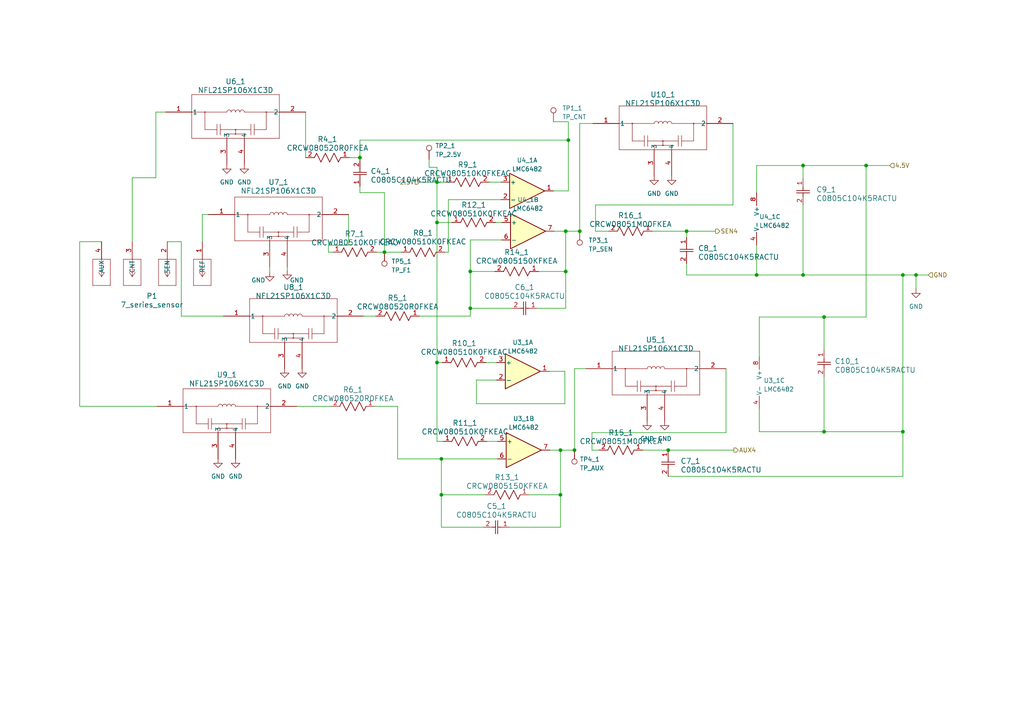
<source format=kicad_sch>
(kicad_sch (version 20230121) (generator eeschema)

  (uuid 157db064-160f-4e30-95fd-26f54039d5de)

  (paper "A4")

  (lib_symbols
    (symbol "2023-07-19_08-42-50:NFL21SP106X1C3D" (pin_names (offset 0.254)) (in_bom yes) (on_board yes)
      (property "Reference" "U" (at 20.32 10.16 0)
        (effects (font (size 1.524 1.524)))
      )
      (property "Value" "NFL21SP106X1C3D" (at 20.32 7.62 0)
        (effects (font (size 1.524 1.524)))
      )
      (property "Footprint" "GCAP_NFL21SP106X1C3D_MUR" (at 0 0 0)
        (effects (font (size 1.27 1.27) italic) hide)
      )
      (property "Datasheet" "NFL21SP106X1C3D" (at 0 0 0)
        (effects (font (size 1.27 1.27) italic) hide)
      )
      (property "ki_locked" "" (at 0 0 0)
        (effects (font (size 1.27 1.27)))
      )
      (property "ki_keywords" "NFL21SP106X1C3D" (at 0 0 0)
        (effects (font (size 1.27 1.27)) hide)
      )
      (property "ki_fp_filters" "GCAP_NFL21SP106X1C3D_MUR GCAP_NFL21SP106X1C3D_MUR-M GCAP_NFL21SP106X1C3D_MUR-L" (at 0 0 0)
        (effects (font (size 1.27 1.27)) hide)
      )
      (symbol "NFL21SP106X1C3D_0_1"
        (polyline
          (pts
            (xy 7.62 -7.62)
            (xy 33.02 -7.62)
          )
          (stroke (width 0.127) (type default))
          (fill (type none))
        )
        (polyline
          (pts
            (xy 7.62 0)
            (xy 17.78 0)
          )
          (stroke (width 0.127) (type default))
          (fill (type none))
        )
        (polyline
          (pts
            (xy 7.62 5.08)
            (xy 7.62 -7.62)
          )
          (stroke (width 0.127) (type default))
          (fill (type none))
        )
        (polyline
          (pts
            (xy 11.43 -5.08)
            (xy 14.9225 -5.08)
          )
          (stroke (width 0.127) (type default))
          (fill (type none))
        )
        (polyline
          (pts
            (xy 11.43 0)
            (xy 11.43 -5.08)
          )
          (stroke (width 0.127) (type default))
          (fill (type none))
        )
        (polyline
          (pts
            (xy 14.9225 -3.4925)
            (xy 14.9225 -6.6675)
          )
          (stroke (width 0.127) (type default))
          (fill (type none))
        )
        (polyline
          (pts
            (xy 15.875 -6.6675)
            (xy 15.875 -3.4925)
          )
          (stroke (width 0.127) (type default))
          (fill (type none))
        )
        (polyline
          (pts
            (xy 17.78 -6.35)
            (xy 17.78 -7.62)
          )
          (stroke (width 0.127) (type default))
          (fill (type none))
        )
        (polyline
          (pts
            (xy 17.78 -6.35)
            (xy 22.86 -6.35)
          )
          (stroke (width 0.127) (type default))
          (fill (type none))
        )
        (polyline
          (pts
            (xy 20.32 -6.35)
            (xy 20.32 -5.08)
          )
          (stroke (width 0.127) (type default))
          (fill (type none))
        )
        (polyline
          (pts
            (xy 22.86 -6.35)
            (xy 22.86 -7.62)
          )
          (stroke (width 0.127) (type default))
          (fill (type none))
        )
        (polyline
          (pts
            (xy 22.86 0)
            (xy 33.02 0)
          )
          (stroke (width 0.127) (type default))
          (fill (type none))
        )
        (polyline
          (pts
            (xy 24.765 -5.08)
            (xy 15.875 -5.08)
          )
          (stroke (width 0.127) (type default))
          (fill (type none))
        )
        (polyline
          (pts
            (xy 24.765 -3.4925)
            (xy 24.765 -6.6675)
          )
          (stroke (width 0.127) (type default))
          (fill (type none))
        )
        (polyline
          (pts
            (xy 25.7175 -5.08)
            (xy 29.21 -5.08)
          )
          (stroke (width 0.127) (type default))
          (fill (type none))
        )
        (polyline
          (pts
            (xy 25.7175 -3.4925)
            (xy 25.7175 -6.6675)
          )
          (stroke (width 0.127) (type default))
          (fill (type none))
        )
        (polyline
          (pts
            (xy 29.21 0)
            (xy 29.21 -5.08)
          )
          (stroke (width 0.127) (type default))
          (fill (type none))
        )
        (polyline
          (pts
            (xy 33.02 -7.62)
            (xy 33.02 5.08)
          )
          (stroke (width 0.127) (type default))
          (fill (type none))
        )
        (polyline
          (pts
            (xy 33.02 5.08)
            (xy 7.62 5.08)
          )
          (stroke (width 0.127) (type default))
          (fill (type none))
        )
        (circle (center 11.43 0) (radius 0.127)
          (stroke (width 0.127) (type default))
          (fill (type none))
        )
        (arc (start 19.05 0) (mid 18.415 0.6323) (end 17.78 0)
          (stroke (width 0.127) (type default))
          (fill (type none))
        )
        (circle (center 20.32 -6.35) (radius 0.127)
          (stroke (width 0.127) (type default))
          (fill (type none))
        )
        (circle (center 20.32 -5.08) (radius 0.127)
          (stroke (width 0.127) (type default))
          (fill (type none))
        )
        (arc (start 20.32 0) (mid 19.685 0.6323) (end 19.05 0)
          (stroke (width 0.127) (type default))
          (fill (type none))
        )
        (arc (start 21.59 0) (mid 20.955 0.6323) (end 20.32 0)
          (stroke (width 0.127) (type default))
          (fill (type none))
        )
        (arc (start 22.86 0) (mid 22.225 0.6323) (end 21.59 0)
          (stroke (width 0.127) (type default))
          (fill (type none))
        )
        (circle (center 29.21 0) (radius 0.127)
          (stroke (width 0.127) (type default))
          (fill (type none))
        )
        (pin unspecified line (at 0 0 0) (length 7.62)
          (name "1" (effects (font (size 1.27 1.27))))
          (number "1" (effects (font (size 1.27 1.27))))
        )
        (pin unspecified line (at 40.64 0 180) (length 7.62)
          (name "2" (effects (font (size 1.27 1.27))))
          (number "2" (effects (font (size 1.27 1.27))))
        )
        (pin unspecified line (at 17.78 -15.24 90) (length 7.62)
          (name "3" (effects (font (size 1.27 1.27))))
          (number "3" (effects (font (size 1.27 1.27))))
        )
        (pin unspecified line (at 22.86 -15.24 90) (length 7.62)
          (name "4" (effects (font (size 1.27 1.27))))
          (number "4" (effects (font (size 1.27 1.27))))
        )
      )
    )
    (symbol "7_series_sensor:7_series_sensor" (pin_names (offset 0.254)) (in_bom yes) (on_board yes)
      (property "Reference" "J" (at 8.89 6.35 0)
        (effects (font (size 1.524 1.524)))
      )
      (property "Value" "7_series_sensor" (at -2.54 6.35 0)
        (effects (font (size 1.524 1.524)))
      )
      (property "Footprint" "CONN_0331-0-15-15-18-14-10-0_MIM" (at 1.27 -5.08 0)
        (effects (font (size 1.27 1.27) italic) hide)
      )
      (property "Datasheet" "0331-0-15-15-18-14-10-0" (at 1.27 -2.54 0)
        (effects (font (size 1.27 1.27) italic) hide)
      )
      (property "ki_locked" "" (at 0 0 0)
        (effects (font (size 1.27 1.27)))
      )
      (property "ki_keywords" "0331-0-15-15-18-14-10-0" (at 0 0 0)
        (effects (font (size 1.27 1.27)) hide)
      )
      (property "ki_fp_filters" "CONN_0331-0-15-15-18-14-10-0_MIM" (at 0 0 0)
        (effects (font (size 1.27 1.27)) hide)
      )
      (symbol "7_series_sensor_1_1"
        (polyline
          (pts
            (xy -36.83 7.62)
            (xy -31.75 7.62)
          )
          (stroke (width 0.127) (type default))
          (fill (type none))
        )
        (polyline
          (pts
            (xy -36.83 15.24)
            (xy -36.83 7.62)
          )
          (stroke (width 0.127) (type default))
          (fill (type none))
        )
        (polyline
          (pts
            (xy -34.29 10.16)
            (xy -35.1367 11.43)
          )
          (stroke (width 0.127) (type default))
          (fill (type none))
        )
        (polyline
          (pts
            (xy -34.29 10.16)
            (xy -34.29 15.24)
          )
          (stroke (width 0.127) (type default))
          (fill (type none))
        )
        (polyline
          (pts
            (xy -34.29 10.16)
            (xy -33.4433 11.43)
          )
          (stroke (width 0.127) (type default))
          (fill (type none))
        )
        (polyline
          (pts
            (xy -31.75 7.62)
            (xy -31.75 15.24)
          )
          (stroke (width 0.127) (type default))
          (fill (type none))
        )
        (polyline
          (pts
            (xy -31.75 15.24)
            (xy -36.83 15.24)
          )
          (stroke (width 0.127) (type default))
          (fill (type none))
        )
        (polyline
          (pts
            (xy -27.94 7.62)
            (xy -22.86 7.62)
          )
          (stroke (width 0.127) (type default))
          (fill (type none))
        )
        (polyline
          (pts
            (xy -27.94 15.24)
            (xy -27.94 7.62)
          )
          (stroke (width 0.127) (type default))
          (fill (type none))
        )
        (polyline
          (pts
            (xy -25.4 10.16)
            (xy -26.2467 11.43)
          )
          (stroke (width 0.127) (type default))
          (fill (type none))
        )
        (polyline
          (pts
            (xy -25.4 10.16)
            (xy -25.4 15.24)
          )
          (stroke (width 0.127) (type default))
          (fill (type none))
        )
        (polyline
          (pts
            (xy -25.4 10.16)
            (xy -24.5533 11.43)
          )
          (stroke (width 0.127) (type default))
          (fill (type none))
        )
        (polyline
          (pts
            (xy -22.86 7.62)
            (xy -22.86 15.24)
          )
          (stroke (width 0.127) (type default))
          (fill (type none))
        )
        (polyline
          (pts
            (xy -22.86 15.24)
            (xy -27.94 15.24)
          )
          (stroke (width 0.127) (type default))
          (fill (type none))
        )
        (polyline
          (pts
            (xy -17.78 7.62)
            (xy -12.7 7.62)
          )
          (stroke (width 0.127) (type default))
          (fill (type none))
        )
        (polyline
          (pts
            (xy -17.78 15.24)
            (xy -17.78 7.62)
          )
          (stroke (width 0.127) (type default))
          (fill (type none))
        )
        (polyline
          (pts
            (xy -15.24 10.16)
            (xy -16.0867 11.43)
          )
          (stroke (width 0.127) (type default))
          (fill (type none))
        )
        (polyline
          (pts
            (xy -15.24 10.16)
            (xy -15.24 15.24)
          )
          (stroke (width 0.127) (type default))
          (fill (type none))
        )
        (polyline
          (pts
            (xy -15.24 10.16)
            (xy -14.3933 11.43)
          )
          (stroke (width 0.127) (type default))
          (fill (type none))
        )
        (polyline
          (pts
            (xy -12.7 7.62)
            (xy -12.7 15.24)
          )
          (stroke (width 0.127) (type default))
          (fill (type none))
        )
        (polyline
          (pts
            (xy -12.7 15.24)
            (xy -17.78 15.24)
          )
          (stroke (width 0.127) (type default))
          (fill (type none))
        )
        (polyline
          (pts
            (xy -7.62 7.62)
            (xy -2.54 7.62)
          )
          (stroke (width 0.127) (type default))
          (fill (type none))
        )
        (polyline
          (pts
            (xy -7.62 15.24)
            (xy -7.62 7.62)
          )
          (stroke (width 0.127) (type default))
          (fill (type none))
        )
        (polyline
          (pts
            (xy -5.08 10.16)
            (xy -5.9267 11.43)
          )
          (stroke (width 0.127) (type default))
          (fill (type none))
        )
        (polyline
          (pts
            (xy -5.08 10.16)
            (xy -5.08 15.24)
          )
          (stroke (width 0.127) (type default))
          (fill (type none))
        )
        (polyline
          (pts
            (xy -5.08 10.16)
            (xy -4.2333 11.43)
          )
          (stroke (width 0.127) (type default))
          (fill (type none))
        )
        (polyline
          (pts
            (xy -2.54 7.62)
            (xy -2.54 15.24)
          )
          (stroke (width 0.127) (type default))
          (fill (type none))
        )
        (polyline
          (pts
            (xy -2.54 15.24)
            (xy -7.62 15.24)
          )
          (stroke (width 0.127) (type default))
          (fill (type none))
        )
        (pin bidirectional line (at -5.08 20.32 270) (length 5.08)
          (name "REF" (effects (font (size 1.27 1.27))))
          (number "1" (effects (font (size 1.27 1.27))))
        )
        (pin bidirectional line (at -15.24 20.32 270) (length 5.08)
          (name "SEN" (effects (font (size 1.27 1.27))))
          (number "2" (effects (font (size 1.27 1.27))))
        )
        (pin bidirectional line (at -25.4 20.32 270) (length 5.08)
          (name "CNT" (effects (font (size 1.27 1.27))))
          (number "3" (effects (font (size 1.27 1.27))))
        )
        (pin bidirectional line (at -34.29 20.32 270) (length 5.08)
          (name "AUX" (effects (font (size 1.27 1.27))))
          (number "4" (effects (font (size 1.27 1.27))))
        )
      )
      (symbol "7_series_sensor_1_2"
        (polyline
          (pts
            (xy 5.08 -2.54)
            (xy 12.7 -2.54)
          )
          (stroke (width 0.127) (type default))
          (fill (type none))
        )
        (polyline
          (pts
            (xy 5.08 2.54)
            (xy 5.08 -2.54)
          )
          (stroke (width 0.127) (type default))
          (fill (type none))
        )
        (polyline
          (pts
            (xy 7.62 0)
            (xy 5.08 0)
          )
          (stroke (width 0.127) (type default))
          (fill (type none))
        )
        (polyline
          (pts
            (xy 7.62 0)
            (xy 8.89 -0.8467)
          )
          (stroke (width 0.127) (type default))
          (fill (type none))
        )
        (polyline
          (pts
            (xy 7.62 0)
            (xy 8.89 0.8467)
          )
          (stroke (width 0.127) (type default))
          (fill (type none))
        )
        (polyline
          (pts
            (xy 12.7 -2.54)
            (xy 12.7 2.54)
          )
          (stroke (width 0.127) (type default))
          (fill (type none))
        )
        (polyline
          (pts
            (xy 12.7 2.54)
            (xy 5.08 2.54)
          )
          (stroke (width 0.127) (type default))
          (fill (type none))
        )
        (pin unspecified line (at 0 0 0) (length 5.08)
          (name "1" (effects (font (size 1.27 1.27))))
          (number "1" (effects (font (size 1.27 1.27))))
        )
      )
    )
    (symbol "Amplifier_Operational:LMC6482" (pin_names (offset 0.127)) (in_bom yes) (on_board yes)
      (property "Reference" "U" (at 0 5.08 0)
        (effects (font (size 1.27 1.27)) (justify left))
      )
      (property "Value" "LMC6482" (at 0 -5.08 0)
        (effects (font (size 1.27 1.27)) (justify left))
      )
      (property "Footprint" "" (at 0 0 0)
        (effects (font (size 1.27 1.27)) hide)
      )
      (property "Datasheet" "http://www.ti.com/lit/ds/symlink/lmc6482.pdf" (at 0 0 0)
        (effects (font (size 1.27 1.27)) hide)
      )
      (property "ki_locked" "" (at 0 0 0)
        (effects (font (size 1.27 1.27)))
      )
      (property "ki_keywords" "dual opamp" (at 0 0 0)
        (effects (font (size 1.27 1.27)) hide)
      )
      (property "ki_description" "Dual CMOS Rail-to-Rail Input and Output Operational Amplifier, DIP-8/SOIC-8, SSOP-8" (at 0 0 0)
        (effects (font (size 1.27 1.27)) hide)
      )
      (property "ki_fp_filters" "SOIC*3.9x4.9mm*P1.27mm* DIP*W7.62mm* TO*99* OnSemi*Micro8* TSSOP*3x3mm*P0.65mm* TSSOP*4.4x3mm*P0.65mm* MSOP*3x3mm*P0.65mm* SSOP*3.9x4.9mm*P0.635mm* LFCSP*2x2mm*P0.5mm* *SIP* SOIC*5.3x6.2mm*P1.27mm*" (at 0 0 0)
        (effects (font (size 1.27 1.27)) hide)
      )
      (symbol "LMC6482_1_1"
        (polyline
          (pts
            (xy -5.08 5.08)
            (xy 5.08 0)
            (xy -5.08 -5.08)
            (xy -5.08 5.08)
          )
          (stroke (width 0.254) (type default))
          (fill (type background))
        )
        (pin output line (at 7.62 0 180) (length 2.54)
          (name "~" (effects (font (size 1.27 1.27))))
          (number "1" (effects (font (size 1.27 1.27))))
        )
        (pin input line (at -7.62 -2.54 0) (length 2.54)
          (name "-" (effects (font (size 1.27 1.27))))
          (number "2" (effects (font (size 1.27 1.27))))
        )
        (pin input line (at -7.62 2.54 0) (length 2.54)
          (name "+" (effects (font (size 1.27 1.27))))
          (number "3" (effects (font (size 1.27 1.27))))
        )
      )
      (symbol "LMC6482_2_1"
        (polyline
          (pts
            (xy -5.08 5.08)
            (xy 5.08 0)
            (xy -5.08 -5.08)
            (xy -5.08 5.08)
          )
          (stroke (width 0.254) (type default))
          (fill (type background))
        )
        (pin input line (at -7.62 2.54 0) (length 2.54)
          (name "+" (effects (font (size 1.27 1.27))))
          (number "5" (effects (font (size 1.27 1.27))))
        )
        (pin input line (at -7.62 -2.54 0) (length 2.54)
          (name "-" (effects (font (size 1.27 1.27))))
          (number "6" (effects (font (size 1.27 1.27))))
        )
        (pin output line (at 7.62 0 180) (length 2.54)
          (name "~" (effects (font (size 1.27 1.27))))
          (number "7" (effects (font (size 1.27 1.27))))
        )
      )
      (symbol "LMC6482_3_1"
        (pin power_in line (at -2.54 -7.62 90) (length 3.81)
          (name "V-" (effects (font (size 1.27 1.27))))
          (number "4" (effects (font (size 1.27 1.27))))
        )
        (pin power_in line (at -2.54 7.62 270) (length 3.81)
          (name "V+" (effects (font (size 1.27 1.27))))
          (number "8" (effects (font (size 1.27 1.27))))
        )
      )
    )
    (symbol "Connector:TestPoint" (pin_numbers hide) (pin_names (offset 0.762) hide) (in_bom yes) (on_board yes)
      (property "Reference" "TP" (at 0 6.858 0)
        (effects (font (size 1.27 1.27)))
      )
      (property "Value" "TestPoint" (at 0 5.08 0)
        (effects (font (size 1.27 1.27)))
      )
      (property "Footprint" "" (at 5.08 0 0)
        (effects (font (size 1.27 1.27)) hide)
      )
      (property "Datasheet" "~" (at 5.08 0 0)
        (effects (font (size 1.27 1.27)) hide)
      )
      (property "ki_keywords" "test point tp" (at 0 0 0)
        (effects (font (size 1.27 1.27)) hide)
      )
      (property "ki_description" "test point" (at 0 0 0)
        (effects (font (size 1.27 1.27)) hide)
      )
      (property "ki_fp_filters" "Pin* Test*" (at 0 0 0)
        (effects (font (size 1.27 1.27)) hide)
      )
      (symbol "TestPoint_0_1"
        (circle (center 0 3.302) (radius 0.762)
          (stroke (width 0) (type default))
          (fill (type none))
        )
      )
      (symbol "TestPoint_1_1"
        (pin passive line (at 0 0 90) (length 2.54)
          (name "1" (effects (font (size 1.27 1.27))))
          (number "1" (effects (font (size 1.27 1.27))))
        )
      )
    )
    (symbol "Vishay_10k:CRCW080510K0FKEAC" (pin_names (offset 0.254)) (in_bom yes) (on_board yes)
      (property "Reference" "R" (at 5.715 3.81 0)
        (effects (font (size 1.524 1.524)))
      )
      (property "Value" "CRCW080510K0FKEAC" (at 6.35 -3.81 0)
        (effects (font (size 1.524 1.524)))
      )
      (property "Footprint" "RES_CRCW_0805_VIS" (at 0 0 0)
        (effects (font (size 1.27 1.27) italic) hide)
      )
      (property "Datasheet" "CRCW080510K0FKEAC" (at 0 0 0)
        (effects (font (size 1.27 1.27) italic) hide)
      )
      (property "ki_locked" "" (at 0 0 0)
        (effects (font (size 1.27 1.27)))
      )
      (property "ki_keywords" "CRCW080510K0FKEAC" (at 0 0 0)
        (effects (font (size 1.27 1.27)) hide)
      )
      (property "ki_fp_filters" "RES_CRCW_0805_VIS RES_CRCW_0805_VIS-M RES_CRCW_0805_VIS-L" (at 0 0 0)
        (effects (font (size 1.27 1.27)) hide)
      )
      (symbol "CRCW080510K0FKEAC_1_1"
        (polyline
          (pts
            (xy 2.54 0)
            (xy 3.175 1.27)
          )
          (stroke (width 0.2032) (type default))
          (fill (type none))
        )
        (polyline
          (pts
            (xy 3.175 1.27)
            (xy 4.445 -1.27)
          )
          (stroke (width 0.2032) (type default))
          (fill (type none))
        )
        (polyline
          (pts
            (xy 4.445 -1.27)
            (xy 5.715 1.27)
          )
          (stroke (width 0.2032) (type default))
          (fill (type none))
        )
        (polyline
          (pts
            (xy 5.715 1.27)
            (xy 6.985 -1.27)
          )
          (stroke (width 0.2032) (type default))
          (fill (type none))
        )
        (polyline
          (pts
            (xy 6.985 -1.27)
            (xy 8.255 1.27)
          )
          (stroke (width 0.2032) (type default))
          (fill (type none))
        )
        (polyline
          (pts
            (xy 8.255 1.27)
            (xy 9.525 -1.27)
          )
          (stroke (width 0.2032) (type default))
          (fill (type none))
        )
        (polyline
          (pts
            (xy 9.525 -1.27)
            (xy 10.16 0)
          )
          (stroke (width 0.2032) (type default))
          (fill (type none))
        )
        (pin unspecified line (at 0 0 0) (length 2.54)
          (name "" (effects (font (size 1.27 1.27))))
          (number "1" (effects (font (size 1.27 1.27))))
        )
        (pin unspecified line (at 12.7 0 180) (length 2.54)
          (name "" (effects (font (size 1.27 1.27))))
          (number "2" (effects (font (size 1.27 1.27))))
        )
      )
      (symbol "CRCW080510K0FKEAC_1_2"
        (polyline
          (pts
            (xy -1.27 3.175)
            (xy 1.27 4.445)
          )
          (stroke (width 0.2032) (type default))
          (fill (type none))
        )
        (polyline
          (pts
            (xy -1.27 5.715)
            (xy 1.27 6.985)
          )
          (stroke (width 0.2032) (type default))
          (fill (type none))
        )
        (polyline
          (pts
            (xy -1.27 8.255)
            (xy 1.27 9.525)
          )
          (stroke (width 0.2032) (type default))
          (fill (type none))
        )
        (polyline
          (pts
            (xy 0 2.54)
            (xy -1.27 3.175)
          )
          (stroke (width 0.2032) (type default))
          (fill (type none))
        )
        (polyline
          (pts
            (xy 1.27 4.445)
            (xy -1.27 5.715)
          )
          (stroke (width 0.2032) (type default))
          (fill (type none))
        )
        (polyline
          (pts
            (xy 1.27 6.985)
            (xy -1.27 8.255)
          )
          (stroke (width 0.2032) (type default))
          (fill (type none))
        )
        (polyline
          (pts
            (xy 1.27 9.525)
            (xy 0 10.16)
          )
          (stroke (width 0.2032) (type default))
          (fill (type none))
        )
        (pin unspecified line (at 0 12.7 270) (length 2.54)
          (name "" (effects (font (size 1.27 1.27))))
          (number "1" (effects (font (size 1.27 1.27))))
        )
        (pin unspecified line (at 0 0 90) (length 2.54)
          (name "" (effects (font (size 1.27 1.27))))
          (number "2" (effects (font (size 1.27 1.27))))
        )
      )
    )
    (symbol "Vishay_150k:CRCW0805150KFKEA" (pin_names (offset 0.254)) (in_bom yes) (on_board yes)
      (property "Reference" "R" (at 5.715 3.81 0)
        (effects (font (size 1.524 1.524)))
      )
      (property "Value" "CRCW0805150KFKEA" (at 6.35 -3.81 0)
        (effects (font (size 1.524 1.524)))
      )
      (property "Footprint" "RC0805N_VIS" (at 0 0 0)
        (effects (font (size 1.27 1.27) italic) hide)
      )
      (property "Datasheet" "CRCW0805150KFKEA" (at 0 0 0)
        (effects (font (size 1.27 1.27) italic) hide)
      )
      (property "ki_locked" "" (at 0 0 0)
        (effects (font (size 1.27 1.27)))
      )
      (property "ki_keywords" "CRCW0805150KFKEA" (at 0 0 0)
        (effects (font (size 1.27 1.27)) hide)
      )
      (property "ki_fp_filters" "RC0805N_VIS RC0805N_VIS-M RC0805N_VIS-L" (at 0 0 0)
        (effects (font (size 1.27 1.27)) hide)
      )
      (symbol "CRCW0805150KFKEA_1_1"
        (polyline
          (pts
            (xy 2.54 0)
            (xy 3.175 1.27)
          )
          (stroke (width 0.2032) (type default))
          (fill (type none))
        )
        (polyline
          (pts
            (xy 3.175 1.27)
            (xy 4.445 -1.27)
          )
          (stroke (width 0.2032) (type default))
          (fill (type none))
        )
        (polyline
          (pts
            (xy 4.445 -1.27)
            (xy 5.715 1.27)
          )
          (stroke (width 0.2032) (type default))
          (fill (type none))
        )
        (polyline
          (pts
            (xy 5.715 1.27)
            (xy 6.985 -1.27)
          )
          (stroke (width 0.2032) (type default))
          (fill (type none))
        )
        (polyline
          (pts
            (xy 6.985 -1.27)
            (xy 8.255 1.27)
          )
          (stroke (width 0.2032) (type default))
          (fill (type none))
        )
        (polyline
          (pts
            (xy 8.255 1.27)
            (xy 9.525 -1.27)
          )
          (stroke (width 0.2032) (type default))
          (fill (type none))
        )
        (polyline
          (pts
            (xy 9.525 -1.27)
            (xy 10.16 0)
          )
          (stroke (width 0.2032) (type default))
          (fill (type none))
        )
        (pin unspecified line (at 12.7 0 180) (length 2.54)
          (name "" (effects (font (size 1.27 1.27))))
          (number "1" (effects (font (size 1.27 1.27))))
        )
        (pin unspecified line (at 0 0 0) (length 2.54)
          (name "" (effects (font (size 1.27 1.27))))
          (number "2" (effects (font (size 1.27 1.27))))
        )
      )
      (symbol "CRCW0805150KFKEA_1_2"
        (polyline
          (pts
            (xy -1.27 3.175)
            (xy 1.27 4.445)
          )
          (stroke (width 0.2032) (type default))
          (fill (type none))
        )
        (polyline
          (pts
            (xy -1.27 5.715)
            (xy 1.27 6.985)
          )
          (stroke (width 0.2032) (type default))
          (fill (type none))
        )
        (polyline
          (pts
            (xy -1.27 8.255)
            (xy 1.27 9.525)
          )
          (stroke (width 0.2032) (type default))
          (fill (type none))
        )
        (polyline
          (pts
            (xy 0 2.54)
            (xy -1.27 3.175)
          )
          (stroke (width 0.2032) (type default))
          (fill (type none))
        )
        (polyline
          (pts
            (xy 1.27 4.445)
            (xy -1.27 5.715)
          )
          (stroke (width 0.2032) (type default))
          (fill (type none))
        )
        (polyline
          (pts
            (xy 1.27 6.985)
            (xy -1.27 8.255)
          )
          (stroke (width 0.2032) (type default))
          (fill (type none))
        )
        (polyline
          (pts
            (xy 1.27 9.525)
            (xy 0 10.16)
          )
          (stroke (width 0.2032) (type default))
          (fill (type none))
        )
        (pin unspecified line (at 0 12.7 270) (length 2.54)
          (name "" (effects (font (size 1.27 1.27))))
          (number "1" (effects (font (size 1.27 1.27))))
        )
        (pin unspecified line (at 0 0 90) (length 2.54)
          (name "" (effects (font (size 1.27 1.27))))
          (number "2" (effects (font (size 1.27 1.27))))
        )
      )
    )
    (symbol "Vishay_1M:CRCW08051M00FKEA" (pin_names (offset 0.254)) (in_bom yes) (on_board yes)
      (property "Reference" "R" (at 5.715 3.81 0)
        (effects (font (size 1.524 1.524)))
      )
      (property "Value" "CRCW08051M00FKEA" (at 6.35 -3.81 0)
        (effects (font (size 1.524 1.524)))
      )
      (property "Footprint" "RES_CRCW_0805" (at 0 0 0)
        (effects (font (size 1.27 1.27) italic) hide)
      )
      (property "Datasheet" "CRCW08051M00FKEA" (at 0 0 0)
        (effects (font (size 1.27 1.27) italic) hide)
      )
      (property "ki_locked" "" (at 0 0 0)
        (effects (font (size 1.27 1.27)))
      )
      (property "ki_keywords" "CRCW08051M00FKEA" (at 0 0 0)
        (effects (font (size 1.27 1.27)) hide)
      )
      (property "ki_fp_filters" "RES_CRCW_0805 RES_CRCW_0805-M RES_CRCW_0805-L" (at 0 0 0)
        (effects (font (size 1.27 1.27)) hide)
      )
      (symbol "CRCW08051M00FKEA_1_1"
        (polyline
          (pts
            (xy 2.54 0)
            (xy 3.175 1.27)
          )
          (stroke (width 0.2032) (type default))
          (fill (type none))
        )
        (polyline
          (pts
            (xy 3.175 1.27)
            (xy 4.445 -1.27)
          )
          (stroke (width 0.2032) (type default))
          (fill (type none))
        )
        (polyline
          (pts
            (xy 4.445 -1.27)
            (xy 5.715 1.27)
          )
          (stroke (width 0.2032) (type default))
          (fill (type none))
        )
        (polyline
          (pts
            (xy 5.715 1.27)
            (xy 6.985 -1.27)
          )
          (stroke (width 0.2032) (type default))
          (fill (type none))
        )
        (polyline
          (pts
            (xy 6.985 -1.27)
            (xy 8.255 1.27)
          )
          (stroke (width 0.2032) (type default))
          (fill (type none))
        )
        (polyline
          (pts
            (xy 8.255 1.27)
            (xy 9.525 -1.27)
          )
          (stroke (width 0.2032) (type default))
          (fill (type none))
        )
        (polyline
          (pts
            (xy 9.525 -1.27)
            (xy 10.16 0)
          )
          (stroke (width 0.2032) (type default))
          (fill (type none))
        )
        (pin unspecified line (at 12.7 0 180) (length 2.54)
          (name "" (effects (font (size 1.27 1.27))))
          (number "1" (effects (font (size 1.27 1.27))))
        )
        (pin unspecified line (at 0 0 0) (length 2.54)
          (name "" (effects (font (size 1.27 1.27))))
          (number "2" (effects (font (size 1.27 1.27))))
        )
      )
      (symbol "CRCW08051M00FKEA_1_2"
        (polyline
          (pts
            (xy -1.27 3.175)
            (xy 1.27 4.445)
          )
          (stroke (width 0.2032) (type default))
          (fill (type none))
        )
        (polyline
          (pts
            (xy -1.27 5.715)
            (xy 1.27 6.985)
          )
          (stroke (width 0.2032) (type default))
          (fill (type none))
        )
        (polyline
          (pts
            (xy -1.27 8.255)
            (xy 1.27 9.525)
          )
          (stroke (width 0.2032) (type default))
          (fill (type none))
        )
        (polyline
          (pts
            (xy 0 2.54)
            (xy -1.27 3.175)
          )
          (stroke (width 0.2032) (type default))
          (fill (type none))
        )
        (polyline
          (pts
            (xy 1.27 4.445)
            (xy -1.27 5.715)
          )
          (stroke (width 0.2032) (type default))
          (fill (type none))
        )
        (polyline
          (pts
            (xy 1.27 6.985)
            (xy -1.27 8.255)
          )
          (stroke (width 0.2032) (type default))
          (fill (type none))
        )
        (polyline
          (pts
            (xy 1.27 9.525)
            (xy 0 10.16)
          )
          (stroke (width 0.2032) (type default))
          (fill (type none))
        )
        (pin unspecified line (at 0 12.7 270) (length 2.54)
          (name "" (effects (font (size 1.27 1.27))))
          (number "1" (effects (font (size 1.27 1.27))))
        )
        (pin unspecified line (at 0 0 90) (length 2.54)
          (name "" (effects (font (size 1.27 1.27))))
          (number "2" (effects (font (size 1.27 1.27))))
        )
      )
    )
    (symbol "Vishay_20R:CRCW080520R0FKEA" (pin_names (offset 0.254)) (in_bom yes) (on_board yes)
      (property "Reference" "R" (at 5.715 3.81 0)
        (effects (font (size 1.524 1.524)))
      )
      (property "Value" "CRCW080520R0FKEA" (at 6.35 -3.81 0)
        (effects (font (size 1.524 1.524)))
      )
      (property "Footprint" "RC0805N_VIS" (at 0 0 0)
        (effects (font (size 1.27 1.27) italic) hide)
      )
      (property "Datasheet" "CRCW080520R0FKEA" (at 0 0 0)
        (effects (font (size 1.27 1.27) italic) hide)
      )
      (property "ki_locked" "" (at 0 0 0)
        (effects (font (size 1.27 1.27)))
      )
      (property "ki_keywords" "CRCW080520R0FKEA" (at 0 0 0)
        (effects (font (size 1.27 1.27)) hide)
      )
      (property "ki_fp_filters" "RC0805N_VIS RC0805N_VIS-M RC0805N_VIS-L" (at 0 0 0)
        (effects (font (size 1.27 1.27)) hide)
      )
      (symbol "CRCW080520R0FKEA_1_1"
        (polyline
          (pts
            (xy 2.54 0)
            (xy 3.175 1.27)
          )
          (stroke (width 0.2032) (type default))
          (fill (type none))
        )
        (polyline
          (pts
            (xy 3.175 1.27)
            (xy 4.445 -1.27)
          )
          (stroke (width 0.2032) (type default))
          (fill (type none))
        )
        (polyline
          (pts
            (xy 4.445 -1.27)
            (xy 5.715 1.27)
          )
          (stroke (width 0.2032) (type default))
          (fill (type none))
        )
        (polyline
          (pts
            (xy 5.715 1.27)
            (xy 6.985 -1.27)
          )
          (stroke (width 0.2032) (type default))
          (fill (type none))
        )
        (polyline
          (pts
            (xy 6.985 -1.27)
            (xy 8.255 1.27)
          )
          (stroke (width 0.2032) (type default))
          (fill (type none))
        )
        (polyline
          (pts
            (xy 8.255 1.27)
            (xy 9.525 -1.27)
          )
          (stroke (width 0.2032) (type default))
          (fill (type none))
        )
        (polyline
          (pts
            (xy 9.525 -1.27)
            (xy 10.16 0)
          )
          (stroke (width 0.2032) (type default))
          (fill (type none))
        )
        (pin unspecified line (at 12.7 0 180) (length 2.54)
          (name "" (effects (font (size 1.27 1.27))))
          (number "1" (effects (font (size 1.27 1.27))))
        )
        (pin unspecified line (at 0 0 0) (length 2.54)
          (name "" (effects (font (size 1.27 1.27))))
          (number "2" (effects (font (size 1.27 1.27))))
        )
      )
      (symbol "CRCW080520R0FKEA_1_2"
        (polyline
          (pts
            (xy -1.27 3.175)
            (xy 1.27 4.445)
          )
          (stroke (width 0.2032) (type default))
          (fill (type none))
        )
        (polyline
          (pts
            (xy -1.27 5.715)
            (xy 1.27 6.985)
          )
          (stroke (width 0.2032) (type default))
          (fill (type none))
        )
        (polyline
          (pts
            (xy -1.27 8.255)
            (xy 1.27 9.525)
          )
          (stroke (width 0.2032) (type default))
          (fill (type none))
        )
        (polyline
          (pts
            (xy 0 2.54)
            (xy -1.27 3.175)
          )
          (stroke (width 0.2032) (type default))
          (fill (type none))
        )
        (polyline
          (pts
            (xy 1.27 4.445)
            (xy -1.27 5.715)
          )
          (stroke (width 0.2032) (type default))
          (fill (type none))
        )
        (polyline
          (pts
            (xy 1.27 6.985)
            (xy -1.27 8.255)
          )
          (stroke (width 0.2032) (type default))
          (fill (type none))
        )
        (polyline
          (pts
            (xy 1.27 9.525)
            (xy 0 10.16)
          )
          (stroke (width 0.2032) (type default))
          (fill (type none))
        )
        (pin unspecified line (at 0 12.7 270) (length 2.54)
          (name "" (effects (font (size 1.27 1.27))))
          (number "1" (effects (font (size 1.27 1.27))))
        )
        (pin unspecified line (at 0 0 90) (length 2.54)
          (name "" (effects (font (size 1.27 1.27))))
          (number "2" (effects (font (size 1.27 1.27))))
        )
      )
    )
    (symbol "kemet_0.1uf:C0805C104K5RACTU" (pin_names (offset 0.254)) (in_bom yes) (on_board yes)
      (property "Reference" "C" (at 3.81 3.81 0)
        (effects (font (size 1.524 1.524)))
      )
      (property "Value" "C0805C104K5RACTU" (at 3.81 -3.81 0)
        (effects (font (size 1.524 1.524)))
      )
      (property "Footprint" "CAPC220145_88N_KEM" (at 0 0 0)
        (effects (font (size 1.27 1.27) italic) hide)
      )
      (property "Datasheet" "C0805C104K5RACTU" (at 0 0 0)
        (effects (font (size 1.27 1.27) italic) hide)
      )
      (property "ki_locked" "" (at 0 0 0)
        (effects (font (size 1.27 1.27)))
      )
      (property "ki_keywords" "C0805C104K5RACTU" (at 0 0 0)
        (effects (font (size 1.27 1.27)) hide)
      )
      (property "ki_fp_filters" "CAPC220145_88N_KEM CAPC220145_88N_KEM-M CAPC220145_88N_KEM-L" (at 0 0 0)
        (effects (font (size 1.27 1.27)) hide)
      )
      (symbol "C0805C104K5RACTU_1_1"
        (polyline
          (pts
            (xy 2.54 0)
            (xy 3.4798 0)
          )
          (stroke (width 0.2032) (type default))
          (fill (type none))
        )
        (polyline
          (pts
            (xy 3.4798 -1.905)
            (xy 3.4798 1.905)
          )
          (stroke (width 0.2032) (type default))
          (fill (type none))
        )
        (polyline
          (pts
            (xy 4.1148 -1.905)
            (xy 4.1148 1.905)
          )
          (stroke (width 0.2032) (type default))
          (fill (type none))
        )
        (polyline
          (pts
            (xy 4.1148 0)
            (xy 5.08 0)
          )
          (stroke (width 0.2032) (type default))
          (fill (type none))
        )
        (pin unspecified line (at 0 0 0) (length 2.54)
          (name "" (effects (font (size 1.27 1.27))))
          (number "1" (effects (font (size 1.27 1.27))))
        )
        (pin unspecified line (at 7.62 0 180) (length 2.54)
          (name "" (effects (font (size 1.27 1.27))))
          (number "2" (effects (font (size 1.27 1.27))))
        )
      )
      (symbol "C0805C104K5RACTU_1_2"
        (polyline
          (pts
            (xy -1.905 -4.1148)
            (xy 1.905 -4.1148)
          )
          (stroke (width 0.2032) (type default))
          (fill (type none))
        )
        (polyline
          (pts
            (xy -1.905 -3.4798)
            (xy 1.905 -3.4798)
          )
          (stroke (width 0.2032) (type default))
          (fill (type none))
        )
        (polyline
          (pts
            (xy 0 -4.1148)
            (xy 0 -5.08)
          )
          (stroke (width 0.2032) (type default))
          (fill (type none))
        )
        (polyline
          (pts
            (xy 0 -2.54)
            (xy 0 -3.4798)
          )
          (stroke (width 0.2032) (type default))
          (fill (type none))
        )
        (pin unspecified line (at 0 0 270) (length 2.54)
          (name "" (effects (font (size 1.27 1.27))))
          (number "1" (effects (font (size 1.27 1.27))))
        )
        (pin unspecified line (at 0 -7.62 90) (length 2.54)
          (name "" (effects (font (size 1.27 1.27))))
          (number "2" (effects (font (size 1.27 1.27))))
        )
      )
    )
    (symbol "power:GND" (power) (pin_names (offset 0)) (in_bom yes) (on_board yes)
      (property "Reference" "#PWR" (at 0 -6.35 0)
        (effects (font (size 1.27 1.27)) hide)
      )
      (property "Value" "GND" (at 0 -3.81 0)
        (effects (font (size 1.27 1.27)))
      )
      (property "Footprint" "" (at 0 0 0)
        (effects (font (size 1.27 1.27)) hide)
      )
      (property "Datasheet" "" (at 0 0 0)
        (effects (font (size 1.27 1.27)) hide)
      )
      (property "ki_keywords" "global power" (at 0 0 0)
        (effects (font (size 1.27 1.27)) hide)
      )
      (property "ki_description" "Power symbol creates a global label with name \"GND\" , ground" (at 0 0 0)
        (effects (font (size 1.27 1.27)) hide)
      )
      (symbol "GND_0_1"
        (polyline
          (pts
            (xy 0 0)
            (xy 0 -1.27)
            (xy 1.27 -1.27)
            (xy 0 -2.54)
            (xy -1.27 -1.27)
            (xy 0 -1.27)
          )
          (stroke (width 0) (type default))
          (fill (type none))
        )
      )
      (symbol "GND_1_1"
        (pin power_in line (at 0 0 270) (length 0) hide
          (name "GND" (effects (font (size 1.27 1.27))))
          (number "1" (effects (font (size 1.27 1.27))))
        )
      )
    )
  )

  (junction (at 168.148 67.056) (diameter 0) (color 0 0 0 0)
    (uuid 11baee97-3189-41d4-b9d9-7ecdcf252233)
  )
  (junction (at 126.746 105.156) (diameter 0) (color 0 0 0 0)
    (uuid 1e549363-63dc-45b5-819d-ba7473cff2a1)
  )
  (junction (at 232.918 48.006) (diameter 0) (color 0 0 0 0)
    (uuid 2af4f1e6-6d0d-420e-9f01-5cf3daa8c980)
  )
  (junction (at 199.136 67.056) (diameter 0) (color 0 0 0 0)
    (uuid 31525ae4-89fb-4e24-8624-72ce8bda7bab)
  )
  (junction (at 164.084 67.056) (diameter 0) (color 0 0 0 0)
    (uuid 41941f5c-456c-4c4b-8817-56763911661f)
  )
  (junction (at 193.802 130.556) (diameter 0) (color 0 0 0 0)
    (uuid 496e24fa-0a1b-416f-95c3-12396d2e6a46)
  )
  (junction (at 251.206 48.006) (diameter 0) (color 0 0 0 0)
    (uuid 4cc51c15-f99a-43c9-b52b-38ce90ea4551)
  )
  (junction (at 128.016 133.096) (diameter 0) (color 0 0 0 0)
    (uuid 52c0be72-4bf5-4c35-abcc-f4eb9fd978a6)
  )
  (junction (at 164.084 78.74) (diameter 0) (color 0 0 0 0)
    (uuid 5a0c458a-4d65-460e-a98e-c4acedff2097)
  )
  (junction (at 219.456 79.756) (diameter 0) (color 0 0 0 0)
    (uuid 5cde9be0-c7be-4ac5-8ea1-fc8dab25349d)
  )
  (junction (at 265.684 79.756) (diameter 0) (color 0 0 0 0)
    (uuid 6a105ec1-c141-4583-be8b-9d87cfc80f53)
  )
  (junction (at 162.56 130.556) (diameter 0) (color 0 0 0 0)
    (uuid 8131310c-f48d-468c-8504-02c15db49d17)
  )
  (junction (at 126.746 52.832) (diameter 0) (color 0 0 0 0)
    (uuid 891e6269-b01c-49ad-809d-5d34f8a571f0)
  )
  (junction (at 164.846 40.64) (diameter 0) (color 0 0 0 0)
    (uuid 8ee20ea8-ce59-48a5-8912-f298ddbdb070)
  )
  (junction (at 128.016 143.51) (diameter 0) (color 0 0 0 0)
    (uuid 90908af8-7131-49f7-a341-3d5b02723e03)
  )
  (junction (at 126.746 64.516) (diameter 0) (color 0 0 0 0)
    (uuid 94754e1d-5d5c-471c-8486-b637eda8a12a)
  )
  (junction (at 239.014 91.948) (diameter 0) (color 0 0 0 0)
    (uuid 9996d333-6042-441f-9006-3ec1830a3165)
  )
  (junction (at 111.506 73.152) (diameter 0) (color 0 0 0 0)
    (uuid a037d06b-1a96-4817-b124-b207548ad2aa)
  )
  (junction (at 261.874 79.756) (diameter 0) (color 0 0 0 0)
    (uuid b1fb634a-be12-4eb1-9085-f15e10e11c50)
  )
  (junction (at 162.56 143.51) (diameter 0) (color 0 0 0 0)
    (uuid b3710b39-e1e8-4eae-83a5-bf40bdf0306f)
  )
  (junction (at 232.918 79.756) (diameter 0) (color 0 0 0 0)
    (uuid b997e26a-f144-4a33-97da-fec421588bcb)
  )
  (junction (at 136.398 89.408) (diameter 0) (color 0 0 0 0)
    (uuid bf887d49-ad16-40b2-88f2-a50ba57506d0)
  )
  (junction (at 261.874 125.222) (diameter 0) (color 0 0 0 0)
    (uuid e4ec5b3b-d6cc-4a57-a464-7408d9379e40)
  )
  (junction (at 104.394 45.72) (diameter 0) (color 0 0 0 0)
    (uuid ec395988-7c69-4789-bc86-f273bbb103d4)
  )
  (junction (at 239.014 125.222) (diameter 0) (color 0 0 0 0)
    (uuid ee91b917-08ea-4972-8477-6d72245ffa4e)
  )
  (junction (at 166.624 130.556) (diameter 0) (color 0 0 0 0)
    (uuid f02d681d-7526-4d73-bac6-44eeddd5f29c)
  )
  (junction (at 136.398 78.74) (diameter 0) (color 0 0 0 0)
    (uuid f98c8426-8790-4e89-bbe0-76cb59408104)
  )

  (wire (pts (xy 143.764 64.516) (xy 145.542 64.516))
    (stroke (width 0) (type default))
    (uuid 0028550c-a24e-4b54-be3f-0869fab44215)
  )
  (wire (pts (xy 126.746 52.832) (xy 126.746 64.516))
    (stroke (width 0) (type default))
    (uuid 012bfb6f-63e3-4cd1-bac7-896ad08127b3)
  )
  (wire (pts (xy 162.56 130.556) (xy 166.624 130.556))
    (stroke (width 0) (type default))
    (uuid 068c8123-5eaa-41e3-ac69-16f2bfbe4065)
  )
  (wire (pts (xy 141.224 128.016) (xy 144.272 128.016))
    (stroke (width 0) (type default))
    (uuid 07282b41-dd9c-4b8b-ad78-b8475c113025)
  )
  (wire (pts (xy 207.518 67.056) (xy 199.136 67.056))
    (stroke (width 0) (type default))
    (uuid 07ea8ec8-286a-4fbb-8e98-646d9929f135)
  )
  (wire (pts (xy 136.398 78.74) (xy 136.398 89.408))
    (stroke (width 0) (type default))
    (uuid 08d909d2-eabc-4810-8029-55dfcececb35)
  )
  (wire (pts (xy 172.72 67.056) (xy 176.53 67.056))
    (stroke (width 0) (type default))
    (uuid 0968f12b-fe3a-4bf5-b86f-194e1db38ec1)
  )
  (wire (pts (xy 58.674 62.23) (xy 60.452 62.23))
    (stroke (width 0) (type default))
    (uuid 0ad7f14a-63e1-4300-af09-cae116610a88)
  )
  (wire (pts (xy 239.014 91.948) (xy 251.206 91.948))
    (stroke (width 0) (type default))
    (uuid 0c9e809d-1006-4978-af6e-03c740c273e7)
  )
  (wire (pts (xy 104.394 54.102) (xy 104.394 55.88))
    (stroke (width 0) (type default))
    (uuid 10035bb8-7854-428d-9cb8-1df1375ba709)
  )
  (wire (pts (xy 136.398 89.408) (xy 136.398 91.694))
    (stroke (width 0) (type default))
    (uuid 1226be06-49b7-4e20-8534-c1551283e25a)
  )
  (wire (pts (xy 23.114 117.856) (xy 45.466 117.856))
    (stroke (width 0) (type default))
    (uuid 131c5797-1a43-46f2-aa40-1fe15d8ec283)
  )
  (wire (pts (xy 153.416 143.51) (xy 162.56 143.51))
    (stroke (width 0) (type default))
    (uuid 143e31f4-44f1-4a48-b019-80ef2b647b75)
  )
  (wire (pts (xy 164.084 67.056) (xy 160.782 67.056))
    (stroke (width 0) (type default))
    (uuid 1b895072-a303-484e-b8dc-3686d24a6744)
  )
  (wire (pts (xy 160.528 35.306) (xy 164.846 35.306))
    (stroke (width 0) (type default))
    (uuid 1b99429b-d162-4ba4-b32c-dc70f6f495c0)
  )
  (wire (pts (xy 265.684 79.756) (xy 269.24 79.756))
    (stroke (width 0) (type default))
    (uuid 1dddb97b-dc09-48e6-b2f4-bd709b01a3b1)
  )
  (wire (pts (xy 126.746 48.514) (xy 126.746 52.832))
    (stroke (width 0) (type default))
    (uuid 1e2554af-2098-4061-a529-08704b179c61)
  )
  (wire (pts (xy 45.212 32.512) (xy 45.212 51.562))
    (stroke (width 0) (type default))
    (uuid 1f44c71d-198f-4ce3-8baf-42d083e9667b)
  )
  (wire (pts (xy 172.72 59.436) (xy 212.598 59.436))
    (stroke (width 0) (type default))
    (uuid 1fad8239-23c2-4d6e-8d04-df5e22896b99)
  )
  (wire (pts (xy 136.398 78.74) (xy 143.51 78.74))
    (stroke (width 0) (type default))
    (uuid 21be671c-d24c-479c-91ad-97e56ebad823)
  )
  (wire (pts (xy 159.258 107.696) (xy 163.83 107.696))
    (stroke (width 0) (type default))
    (uuid 221b88be-600d-47bf-8e72-0cba1350980a)
  )
  (wire (pts (xy 162.56 143.51) (xy 162.56 152.908))
    (stroke (width 0) (type default))
    (uuid 2245f914-eb97-416a-b76c-15bbaa2923bb)
  )
  (wire (pts (xy 162.56 130.556) (xy 162.56 143.51))
    (stroke (width 0) (type default))
    (uuid 230457c2-2ae5-40de-a4a5-b75a155fd7cf)
  )
  (wire (pts (xy 124.46 46.228) (xy 124.46 48.514))
    (stroke (width 0) (type default))
    (uuid 235cbe6a-61db-49dc-bae6-bd9199672540)
  )
  (wire (pts (xy 168.148 35.814) (xy 171.958 35.814))
    (stroke (width 0) (type default))
    (uuid 25081e11-be9f-42e9-a488-ec6f238ac19a)
  )
  (wire (pts (xy 83.312 77.47) (xy 83.312 78.486))
    (stroke (width 0) (type default))
    (uuid 2e061c07-909f-4cee-bb53-20a6dec24874)
  )
  (wire (pts (xy 136.398 69.596) (xy 136.398 78.74))
    (stroke (width 0) (type default))
    (uuid 2f47e04b-d0c6-4b18-a402-789690ec2e4d)
  )
  (wire (pts (xy 220.218 118.618) (xy 220.218 125.222))
    (stroke (width 0) (type default))
    (uuid 305c8f0f-25c6-4728-ba91-1ea3bcce9a4a)
  )
  (wire (pts (xy 212.598 35.814) (xy 212.598 59.436))
    (stroke (width 0) (type default))
    (uuid 31696a7e-a211-4891-a84e-58bc4380ffa4)
  )
  (wire (pts (xy 111.506 73.152) (xy 116.332 73.152))
    (stroke (width 0) (type default))
    (uuid 3315a1d8-f390-4bc1-987b-984213201c48)
  )
  (wire (pts (xy 219.456 79.756) (xy 219.456 71.12))
    (stroke (width 0) (type default))
    (uuid 3488c136-42ff-47e6-a072-cd4d1a89d112)
  )
  (wire (pts (xy 126.746 64.516) (xy 126.746 105.156))
    (stroke (width 0) (type default))
    (uuid 34a3f97a-c2af-4e30-a65e-45b926ae76d6)
  )
  (wire (pts (xy 239.014 125.222) (xy 261.874 125.222))
    (stroke (width 0) (type default))
    (uuid 379e321d-9d9a-451c-9a89-d5a962606edb)
  )
  (wire (pts (xy 251.206 48.006) (xy 232.918 48.006))
    (stroke (width 0) (type default))
    (uuid 387e3a97-8b70-4f81-9b18-c8fea2f9f88e)
  )
  (wire (pts (xy 210.566 106.934) (xy 210.566 125.476))
    (stroke (width 0) (type default))
    (uuid 391a403c-31fc-47d4-b641-dd14171e04fa)
  )
  (wire (pts (xy 159.512 130.556) (xy 162.56 130.556))
    (stroke (width 0) (type default))
    (uuid 3df9f729-8eeb-4738-abef-d5e70fac6148)
  )
  (wire (pts (xy 163.83 107.696) (xy 163.83 117.094))
    (stroke (width 0) (type default))
    (uuid 427b863c-4555-4c90-aef7-6cdf76d67b80)
  )
  (wire (pts (xy 115.316 133.096) (xy 128.016 133.096))
    (stroke (width 0) (type default))
    (uuid 42af0d88-ed6b-415e-affc-7e90cb44813d)
  )
  (wire (pts (xy 23.114 70.104) (xy 23.114 117.856))
    (stroke (width 0) (type default))
    (uuid 431bb793-5383-4f8d-976c-dd0b1dca2cc6)
  )
  (wire (pts (xy 121.666 91.694) (xy 136.398 91.694))
    (stroke (width 0) (type default))
    (uuid 46e72316-06cb-4ed3-8a29-a7ede9c896c3)
  )
  (wire (pts (xy 128.27 105.156) (xy 126.746 105.156))
    (stroke (width 0) (type default))
    (uuid 4735a4fb-f38d-4433-b1d0-ce434a4509b7)
  )
  (wire (pts (xy 261.874 138.176) (xy 261.874 125.222))
    (stroke (width 0) (type default))
    (uuid 474d646d-234f-4f5b-8de7-b537264b4ce9)
  )
  (wire (pts (xy 210.566 125.476) (xy 171.704 125.476))
    (stroke (width 0) (type default))
    (uuid 4756586d-aa16-4c7b-bd67-e664df8d50a2)
  )
  (wire (pts (xy 261.874 79.756) (xy 265.684 79.756))
    (stroke (width 0) (type default))
    (uuid 4c5aa79b-7452-43fd-9325-2461a01438c9)
  )
  (wire (pts (xy 48.514 70.104) (xy 52.578 70.104))
    (stroke (width 0) (type default))
    (uuid 4d8d755f-aa99-4167-9cbc-865754256faa)
  )
  (wire (pts (xy 101.346 45.72) (xy 104.394 45.72))
    (stroke (width 0) (type default))
    (uuid 51478448-7bb7-4d76-a203-2c77022fad12)
  )
  (wire (pts (xy 58.674 62.23) (xy 58.674 70.104))
    (stroke (width 0) (type default))
    (uuid 53fdbb6f-7357-48a1-94e1-2fb4dc08290c)
  )
  (wire (pts (xy 169.926 106.934) (xy 166.624 106.934))
    (stroke (width 0) (type default))
    (uuid 548e1521-b422-4904-a9ff-8cc50b0a252b)
  )
  (wire (pts (xy 95.25 73.152) (xy 96.52 73.152))
    (stroke (width 0) (type default))
    (uuid 54f787ec-b068-4afa-a2eb-c2fb1db53544)
  )
  (wire (pts (xy 166.624 106.934) (xy 166.624 130.556))
    (stroke (width 0) (type default))
    (uuid 57fd6825-448c-4322-98aa-ed8dec72dfb6)
  )
  (wire (pts (xy 23.114 70.104) (xy 29.464 70.104))
    (stroke (width 0) (type default))
    (uuid 592313be-2be0-4d5d-b3b7-c31b1e017e63)
  )
  (wire (pts (xy 128.016 143.51) (xy 128.016 152.908))
    (stroke (width 0) (type default))
    (uuid 5f11b314-a93f-4719-a892-6f7807dc8fe7)
  )
  (wire (pts (xy 140.97 105.156) (xy 144.018 105.156))
    (stroke (width 0) (type default))
    (uuid 626f9a2f-0be6-4176-bd1e-a731025ac167)
  )
  (wire (pts (xy 219.456 79.756) (xy 232.918 79.756))
    (stroke (width 0) (type default))
    (uuid 63c4a02d-0ea4-4f8e-bba1-e3c892a46b48)
  )
  (wire (pts (xy 172.72 59.436) (xy 172.72 67.056))
    (stroke (width 0) (type default))
    (uuid 6706447e-8395-4888-9343-11b5e9e43faa)
  )
  (wire (pts (xy 109.22 73.152) (xy 111.506 73.152))
    (stroke (width 0) (type default))
    (uuid 692caee2-f440-40c9-8780-5c9c0acc3399)
  )
  (wire (pts (xy 48.006 32.512) (xy 45.212 32.512))
    (stroke (width 0) (type default))
    (uuid 6a32d3f7-2c29-4f07-8b9d-9f074b808f1b)
  )
  (wire (pts (xy 155.956 89.408) (xy 164.084 89.408))
    (stroke (width 0) (type default))
    (uuid 6c4405d6-d436-4584-bbf7-c7ceef028cdc)
  )
  (wire (pts (xy 239.014 101.6) (xy 239.014 91.948))
    (stroke (width 0) (type default))
    (uuid 6e362271-9d92-46eb-88d1-3f9d2f8f0450)
  )
  (wire (pts (xy 136.398 89.408) (xy 148.336 89.408))
    (stroke (width 0) (type default))
    (uuid 6e557a83-a011-4182-813c-033e4b0ea218)
  )
  (wire (pts (xy 199.136 76.454) (xy 199.136 79.756))
    (stroke (width 0) (type default))
    (uuid 6f66e15d-2899-4da4-bcb4-dfe3a73496cc)
  )
  (wire (pts (xy 86.106 117.856) (xy 96.012 117.856))
    (stroke (width 0) (type default))
    (uuid 6fcd6790-709a-42e5-9751-893bb63b4fc0)
  )
  (wire (pts (xy 145.288 57.912) (xy 130.048 57.912))
    (stroke (width 0) (type default))
    (uuid 725e5cc5-9b59-483e-b906-7305d81bcbfd)
  )
  (wire (pts (xy 164.084 78.74) (xy 164.084 89.408))
    (stroke (width 0) (type default))
    (uuid 78b6a5c2-156f-4477-8ba6-4a0b0ce4e4fe)
  )
  (wire (pts (xy 160.528 55.372) (xy 164.846 55.372))
    (stroke (width 0) (type default))
    (uuid 7a990fdc-c543-4e11-90bb-22241d4e6a62)
  )
  (wire (pts (xy 186.436 130.556) (xy 193.802 130.556))
    (stroke (width 0) (type default))
    (uuid 7addc0b2-1ecb-4126-9afb-5d12c1da70b9)
  )
  (wire (pts (xy 104.394 45.72) (xy 104.394 40.64))
    (stroke (width 0) (type default))
    (uuid 7d112888-bf55-4c4f-b524-900f9c9bbc42)
  )
  (wire (pts (xy 189.23 67.056) (xy 199.136 67.056))
    (stroke (width 0) (type default))
    (uuid 80eb1d69-adbe-4422-abc5-82cabfc04533)
  )
  (wire (pts (xy 199.136 79.756) (xy 219.456 79.756))
    (stroke (width 0) (type default))
    (uuid 81846c4b-9d1d-412b-8e61-e2b843dc94e5)
  )
  (wire (pts (xy 232.918 79.756) (xy 261.874 79.756))
    (stroke (width 0) (type default))
    (uuid 82f16d12-74a1-47d1-9dec-bb16fd180045)
  )
  (wire (pts (xy 111.506 55.88) (xy 111.506 73.152))
    (stroke (width 0) (type default))
    (uuid 84e16ce7-0eff-4419-be8f-e5e982b5cae3)
  )
  (wire (pts (xy 232.918 59.436) (xy 232.918 79.756))
    (stroke (width 0) (type default))
    (uuid 85ffb342-2316-43ab-8565-acbc809825a2)
  )
  (wire (pts (xy 128.016 133.096) (xy 128.016 143.51))
    (stroke (width 0) (type default))
    (uuid 8a093620-e12e-464a-979e-21277ea61f4e)
  )
  (wire (pts (xy 128.016 133.096) (xy 144.272 133.096))
    (stroke (width 0) (type default))
    (uuid 8a7e952b-e549-4231-addb-e5e194004243)
  )
  (wire (pts (xy 164.846 55.372) (xy 164.846 40.64))
    (stroke (width 0) (type default))
    (uuid 8ab61ada-da9a-46df-978a-cb1741091395)
  )
  (wire (pts (xy 129.032 73.152) (xy 130.048 73.152))
    (stroke (width 0) (type default))
    (uuid 8b4ccb17-a6f1-443e-bcc1-73868da8ffe4)
  )
  (wire (pts (xy 232.918 48.006) (xy 232.918 51.816))
    (stroke (width 0) (type default))
    (uuid 8e3724e4-6daf-42fe-b4c7-e35861d3b918)
  )
  (wire (pts (xy 219.456 48.006) (xy 219.456 55.88))
    (stroke (width 0) (type default))
    (uuid 907d53da-b49f-4119-ae15-ff59390b5c3a)
  )
  (wire (pts (xy 136.398 69.596) (xy 145.542 69.596))
    (stroke (width 0) (type default))
    (uuid 926a0f99-224d-45f8-a358-8b3bc4e2bd03)
  )
  (wire (pts (xy 193.802 138.176) (xy 261.874 138.176))
    (stroke (width 0) (type default))
    (uuid 94c9779a-d767-47c3-ad2e-56e1442968d9)
  )
  (wire (pts (xy 105.41 91.694) (xy 108.966 91.694))
    (stroke (width 0) (type default))
    (uuid 965d40e1-fabd-410f-95b0-58f7a86c51a5)
  )
  (wire (pts (xy 232.918 48.006) (xy 219.456 48.006))
    (stroke (width 0) (type default))
    (uuid 985d1a31-32a7-4dc0-b820-667ba36fb180)
  )
  (wire (pts (xy 38.354 70.104) (xy 38.354 51.562))
    (stroke (width 0) (type default))
    (uuid a1af2300-02ff-4aae-a69e-9b6f2799a233)
  )
  (wire (pts (xy 52.578 70.104) (xy 52.578 91.694))
    (stroke (width 0) (type default))
    (uuid a389190a-c092-4982-afec-921d11b83c54)
  )
  (wire (pts (xy 147.828 152.908) (xy 162.56 152.908))
    (stroke (width 0) (type default))
    (uuid a3bd3736-9c95-4b49-a06e-9fe9082a4978)
  )
  (wire (pts (xy 220.218 103.378) (xy 220.218 91.948))
    (stroke (width 0) (type default))
    (uuid a5d5cc55-9758-435f-bda8-f30619afb745)
  )
  (wire (pts (xy 199.136 67.056) (xy 199.136 68.834))
    (stroke (width 0) (type default))
    (uuid a79860a2-8125-4bea-9715-2e1ee9fe7713)
  )
  (wire (pts (xy 258.064 48.006) (xy 251.206 48.006))
    (stroke (width 0) (type default))
    (uuid abbadd00-d0d6-47cc-a4ea-b92091bd532c)
  )
  (wire (pts (xy 220.218 91.948) (xy 239.014 91.948))
    (stroke (width 0) (type default))
    (uuid acd2eeab-9e80-4fea-b5f5-4ef821dae350)
  )
  (wire (pts (xy 52.578 91.694) (xy 64.77 91.694))
    (stroke (width 0) (type default))
    (uuid adee7d41-f50e-44dc-bbc7-c813797be63c)
  )
  (wire (pts (xy 164.846 35.306) (xy 164.846 40.64))
    (stroke (width 0) (type default))
    (uuid adf824eb-3b07-4e5c-b915-540e6d3c97ec)
  )
  (wire (pts (xy 104.394 46.482) (xy 104.394 45.72))
    (stroke (width 0) (type default))
    (uuid adfcc2f2-1456-49b0-986f-8729faf06c0d)
  )
  (wire (pts (xy 163.83 117.094) (xy 138.176 117.094))
    (stroke (width 0) (type default))
    (uuid af176dcb-c26a-4bf5-81dc-9f30e5d02198)
  )
  (wire (pts (xy 265.684 83.82) (xy 265.684 79.756))
    (stroke (width 0) (type default))
    (uuid b30373e9-9759-4e3c-8c5a-10d04249ba85)
  )
  (wire (pts (xy 115.316 117.856) (xy 115.316 133.096))
    (stroke (width 0) (type default))
    (uuid b92b8f1f-18b1-41ca-981d-edd5d4e18532)
  )
  (wire (pts (xy 38.354 51.562) (xy 45.212 51.562))
    (stroke (width 0) (type default))
    (uuid b9fae450-bbab-41af-a095-2220b5757e6e)
  )
  (wire (pts (xy 261.874 125.222) (xy 261.874 79.756))
    (stroke (width 0) (type default))
    (uuid bb2b9a57-f1c6-426e-a43c-b179f3200e2b)
  )
  (wire (pts (xy 126.746 128.016) (xy 126.746 105.156))
    (stroke (width 0) (type default))
    (uuid bd293cb2-4aba-4c0b-81d0-c63170e9e174)
  )
  (wire (pts (xy 108.712 117.856) (xy 115.316 117.856))
    (stroke (width 0) (type default))
    (uuid c0a6fb66-7428-4d7a-84bf-8906f2c8276c)
  )
  (wire (pts (xy 168.148 67.056) (xy 164.084 67.056))
    (stroke (width 0) (type default))
    (uuid c1913a36-9baa-4393-94e2-ea6861bcb85c)
  )
  (wire (pts (xy 251.206 48.006) (xy 251.206 91.948))
    (stroke (width 0) (type default))
    (uuid c1c9a131-b19c-4d5f-acf0-4fbf3ac26c4a)
  )
  (wire (pts (xy 164.084 67.056) (xy 164.084 78.74))
    (stroke (width 0) (type default))
    (uuid c23c82cb-1e52-463c-96fe-9ce45700f5c7)
  )
  (wire (pts (xy 126.746 52.832) (xy 129.286 52.832))
    (stroke (width 0) (type default))
    (uuid c39a585a-d242-481e-ac79-31e24db18833)
  )
  (wire (pts (xy 126.746 128.016) (xy 128.524 128.016))
    (stroke (width 0) (type default))
    (uuid ca0a5b67-e57a-49bd-beba-b200971536c1)
  )
  (wire (pts (xy 138.176 117.094) (xy 138.176 110.236))
    (stroke (width 0) (type default))
    (uuid cc863bde-117a-4e31-adf3-af84e8ec4569)
  )
  (wire (pts (xy 101.092 62.23) (xy 101.092 71.12))
    (stroke (width 0) (type default))
    (uuid ccc64ea5-7e16-43b4-bb08-df7a951d12a1)
  )
  (wire (pts (xy 168.148 35.814) (xy 168.148 67.056))
    (stroke (width 0) (type default))
    (uuid cdd904a4-22c9-49a6-8b69-6c7b55434f25)
  )
  (wire (pts (xy 88.646 32.512) (xy 88.646 45.72))
    (stroke (width 0) (type default))
    (uuid cedac8d0-621b-4d08-83cb-6b1e27637321)
  )
  (wire (pts (xy 171.704 125.476) (xy 171.704 130.556))
    (stroke (width 0) (type default))
    (uuid cf2dc6d2-5646-4114-9803-faafb11fd45a)
  )
  (wire (pts (xy 131.064 64.516) (xy 126.746 64.516))
    (stroke (width 0) (type default))
    (uuid d23823b3-8758-4b5c-b40f-dc080ad5d57a)
  )
  (wire (pts (xy 156.21 78.74) (xy 164.084 78.74))
    (stroke (width 0) (type default))
    (uuid d387eb52-4cc6-495c-83ff-653076ad2d79)
  )
  (wire (pts (xy 95.25 71.12) (xy 95.25 73.152))
    (stroke (width 0) (type default))
    (uuid d45890ce-3826-4abf-b692-958130e9870e)
  )
  (wire (pts (xy 141.986 52.832) (xy 145.288 52.832))
    (stroke (width 0) (type default))
    (uuid d743fc2e-ee47-4ad4-9dce-4b203f8459ad)
  )
  (wire (pts (xy 193.802 130.556) (xy 212.852 130.556))
    (stroke (width 0) (type default))
    (uuid dc347c9a-e0f7-42e7-af7d-fc728a3282a6)
  )
  (wire (pts (xy 140.208 152.908) (xy 128.016 152.908))
    (stroke (width 0) (type default))
    (uuid ddc4f91a-7352-41bb-8cef-ce2d5f4aa2e4)
  )
  (wire (pts (xy 138.176 110.236) (xy 144.018 110.236))
    (stroke (width 0) (type default))
    (uuid e1dc0cf5-84e4-4ac4-835b-7de485d9a98c)
  )
  (wire (pts (xy 101.092 71.12) (xy 95.25 71.12))
    (stroke (width 0) (type default))
    (uuid e274455a-0d1f-4dd7-b30f-7b2ebbf38349)
  )
  (wire (pts (xy 128.016 143.51) (xy 140.716 143.51))
    (stroke (width 0) (type default))
    (uuid e2b3a6de-a933-4c79-9de7-f4a1b380bd48)
  )
  (wire (pts (xy 220.218 125.222) (xy 239.014 125.222))
    (stroke (width 0) (type default))
    (uuid ebca9b59-9945-4024-a5c1-6304cbb8f569)
  )
  (wire (pts (xy 104.394 55.88) (xy 111.506 55.88))
    (stroke (width 0) (type default))
    (uuid ec3fddd9-bddc-4280-ad18-93ccc2a81d5b)
  )
  (wire (pts (xy 124.46 48.514) (xy 126.746 48.514))
    (stroke (width 0) (type default))
    (uuid ec56aa71-b938-461f-8fb7-fb137f713d9a)
  )
  (wire (pts (xy 130.048 57.912) (xy 130.048 73.152))
    (stroke (width 0) (type default))
    (uuid ee16bdeb-9709-450a-af0e-488bcd27150e)
  )
  (wire (pts (xy 78.232 77.47) (xy 78.232 78.994))
    (stroke (width 0) (type default))
    (uuid f141d038-ce3c-4815-8c74-b993e143d9c6)
  )
  (wire (pts (xy 239.014 109.22) (xy 239.014 125.222))
    (stroke (width 0) (type default))
    (uuid f39b50bb-9273-492f-94a3-a0a615a8bc76)
  )
  (wire (pts (xy 171.704 130.556) (xy 173.736 130.556))
    (stroke (width 0) (type default))
    (uuid f791e736-62fb-4be3-90af-4aa7e643aa06)
  )
  (wire (pts (xy 121.666 52.832) (xy 126.746 52.832))
    (stroke (width 0) (type default))
    (uuid fe141af5-ab5f-4e6c-a754-799ff45c0501)
  )
  (wire (pts (xy 104.394 40.64) (xy 164.846 40.64))
    (stroke (width 0) (type default))
    (uuid ff7b38c5-c33d-4f97-b9a2-22007d6ea074)
  )

  (hierarchical_label "4.5V" (shape input) (at 258.064 48.006 0) (fields_autoplaced)
    (effects (font (size 1.27 1.27)) (justify left))
    (uuid 1592fe4d-b919-4625-b311-2d08b2fa72b9)
  )
  (hierarchical_label "GND" (shape input) (at 269.24 79.756 0) (fields_autoplaced)
    (effects (font (size 1.27 1.27)) (justify left))
    (uuid 5521765d-5c34-4c1e-9d46-329ded5d6c55)
  )
  (hierarchical_label "2.5V" (shape input) (at 121.666 52.832 180) (fields_autoplaced)
    (effects (font (size 1.27 1.27)) (justify right))
    (uuid 953a9164-2fb3-4550-980d-1f2d93eea118)
  )
  (hierarchical_label "SEN4" (shape output) (at 207.518 67.056 0) (fields_autoplaced)
    (effects (font (size 1.27 1.27)) (justify left))
    (uuid e50969cf-022b-4d12-95fa-617bded59690)
  )
  (hierarchical_label "AUX4" (shape output) (at 212.852 130.556 0) (fields_autoplaced)
    (effects (font (size 1.27 1.27)) (justify left))
    (uuid f114d11c-5da7-4936-a7dc-c728cbffe39f)
  )

  (symbol (lib_id "power:GND") (at 63.246 133.096 0) (unit 1)
    (in_bom yes) (on_board yes) (dnp no) (fields_autoplaced)
    (uuid 0b2469f4-8597-4dc3-904a-062f460af5ba)
    (property "Reference" "#PWR05" (at 63.246 139.446 0)
      (effects (font (size 1.27 1.27)) hide)
    )
    (property "Value" "GND" (at 63.246 138.176 0)
      (effects (font (size 1.27 1.27)))
    )
    (property "Footprint" "" (at 63.246 133.096 0)
      (effects (font (size 1.27 1.27)) hide)
    )
    (property "Datasheet" "" (at 63.246 133.096 0)
      (effects (font (size 1.27 1.27)) hide)
    )
    (pin "1" (uuid e49c3c35-9419-4dc3-8f00-f58482278402))
    (instances
      (project "Air quality project"
        (path "/67b6672b-0c15-41a5-a844-17aa721018b8/e2c83066-cae4-4a4f-a05c-59cf4d457446"
          (reference "#PWR05") (unit 1)
        )
        (path "/67b6672b-0c15-41a5-a844-17aa721018b8/63cce605-80ee-40f7-a737-e90133bb55e2"
          (reference "#PWR040") (unit 1)
        )
      )
    )
  )

  (symbol (lib_id "Connector:TestPoint") (at 160.528 35.306 0) (unit 1)
    (in_bom yes) (on_board yes) (dnp no) (fields_autoplaced)
    (uuid 0b5dbb95-6c4d-4ece-9bce-e3b6d9581613)
    (property "Reference" "TP1_1" (at 163.068 31.369 0)
      (effects (font (size 1.27 1.27)) (justify left))
    )
    (property "Value" "TP_CNT" (at 163.068 33.909 0)
      (effects (font (size 1.27 1.27)) (justify left))
    )
    (property "Footprint" "PCM_4ms_TestPoint:TestPoint_Pad_04" (at 165.608 35.306 0)
      (effects (font (size 1.27 1.27)) hide)
    )
    (property "Datasheet" "~" (at 165.608 35.306 0)
      (effects (font (size 1.27 1.27)) hide)
    )
    (pin "1" (uuid f0a18921-36fe-465e-b7bd-9844307d69bb))
    (instances
      (project "Air quality project"
        (path "/67b6672b-0c15-41a5-a844-17aa721018b8/e2c83066-cae4-4a4f-a05c-59cf4d457446"
          (reference "TP1_1") (unit 1)
        )
        (path "/67b6672b-0c15-41a5-a844-17aa721018b8/63cce605-80ee-40f7-a737-e90133bb55e2"
          (reference "TP1_4") (unit 1)
        )
      )
    )
  )

  (symbol (lib_id "Connector:TestPoint") (at 166.624 130.556 180) (unit 1)
    (in_bom yes) (on_board yes) (dnp no) (fields_autoplaced)
    (uuid 10bdc4dd-29f3-43b7-89e7-b08ce6f56ff9)
    (property "Reference" "TP4_1" (at 168.148 133.223 0)
      (effects (font (size 1.27 1.27)) (justify right))
    )
    (property "Value" "TP_AUX" (at 168.148 135.763 0)
      (effects (font (size 1.27 1.27)) (justify right))
    )
    (property "Footprint" "PCM_4ms_TestPoint:TestPoint_Pad_04" (at 161.544 130.556 0)
      (effects (font (size 1.27 1.27)) hide)
    )
    (property "Datasheet" "~" (at 161.544 130.556 0)
      (effects (font (size 1.27 1.27)) hide)
    )
    (pin "1" (uuid e03b00e3-101f-4b68-bf8b-05b696ca6408))
    (instances
      (project "Air quality project"
        (path "/67b6672b-0c15-41a5-a844-17aa721018b8/e2c83066-cae4-4a4f-a05c-59cf4d457446"
          (reference "TP4_1") (unit 1)
        )
        (path "/67b6672b-0c15-41a5-a844-17aa721018b8/63cce605-80ee-40f7-a737-e90133bb55e2"
          (reference "TP4_4") (unit 1)
        )
      )
    )
  )

  (symbol (lib_id "power:GND") (at 192.786 122.174 0) (unit 1)
    (in_bom yes) (on_board yes) (dnp no) (fields_autoplaced)
    (uuid 1a36e006-cb71-423b-8681-a127d0cae04b)
    (property "Reference" "#PWR012" (at 192.786 128.524 0)
      (effects (font (size 1.27 1.27)) hide)
    )
    (property "Value" "GND" (at 192.786 127.254 0)
      (effects (font (size 1.27 1.27)))
    )
    (property "Footprint" "" (at 192.786 122.174 0)
      (effects (font (size 1.27 1.27)) hide)
    )
    (property "Datasheet" "" (at 192.786 122.174 0)
      (effects (font (size 1.27 1.27)) hide)
    )
    (pin "1" (uuid 6a943523-9a30-48cb-9395-168eb26c000d))
    (instances
      (project "Air quality project"
        (path "/67b6672b-0c15-41a5-a844-17aa721018b8/e2c83066-cae4-4a4f-a05c-59cf4d457446"
          (reference "#PWR012") (unit 1)
        )
        (path "/67b6672b-0c15-41a5-a844-17aa721018b8/63cce605-80ee-40f7-a737-e90133bb55e2"
          (reference "#PWR050") (unit 1)
        )
      )
    )
  )

  (symbol (lib_id "Amplifier_Operational:LMC6482") (at 222.758 110.998 0) (unit 3)
    (in_bom yes) (on_board yes) (dnp no) (fields_autoplaced)
    (uuid 1c639cae-9eb4-4d62-b87e-f0b613416125)
    (property "Reference" "U3_1" (at 221.488 110.363 0)
      (effects (font (size 1.27 1.27)) (justify left))
    )
    (property "Value" "LMC6482" (at 221.488 112.903 0)
      (effects (font (size 1.27 1.27)) (justify left))
    )
    (property "Footprint" "Package_SO:SOIC-8_3.9x4.9mm_P1.27mm" (at 222.758 110.998 0)
      (effects (font (size 1.27 1.27)) hide)
    )
    (property "Datasheet" "http://www.ti.com/lit/ds/symlink/lmc6482.pdf" (at 222.758 110.998 0)
      (effects (font (size 1.27 1.27)) hide)
    )
    (pin "1" (uuid 4c415930-465a-4661-889c-b05fb79a566c))
    (pin "2" (uuid 49fb82ac-3ac1-455f-aab8-24d5f2bc95ed))
    (pin "3" (uuid 1020dd9c-d67d-44ed-90be-ca570bbe802c))
    (pin "5" (uuid 8eae0436-905d-4f71-9ca1-07f1c701304d))
    (pin "6" (uuid a92e89ae-a4b5-4f39-b9ba-e8bf86172991))
    (pin "7" (uuid abce212d-c7f8-412c-a615-319aa4332027))
    (pin "4" (uuid 45aaa7ac-651f-46c5-89a8-be5e990494c2))
    (pin "8" (uuid 2842e85a-3241-4326-a4b2-7322cf342ac6))
    (instances
      (project "Air quality project"
        (path "/67b6672b-0c15-41a5-a844-17aa721018b8/e2c83066-cae4-4a4f-a05c-59cf4d457446"
          (reference "U3_1") (unit 3)
        )
        (path "/67b6672b-0c15-41a5-a844-17aa721018b8/be65ffb6-5f15-4847-ab99-a8924076e9fe"
          (reference "U8") (unit 3)
        )
        (path "/67b6672b-0c15-41a5-a844-17aa721018b8/63cce605-80ee-40f7-a737-e90133bb55e2"
          (reference "U3_4") (unit 3)
        )
      )
    )
  )

  (symbol (lib_id "Amplifier_Operational:LMC6482") (at 151.638 107.696 0) (unit 1)
    (in_bom yes) (on_board yes) (dnp no)
    (uuid 263b6820-8309-4cbe-969f-6cf5397ca046)
    (property "Reference" "U3_1" (at 151.638 99.314 0)
      (effects (font (size 1.27 1.27)))
    )
    (property "Value" "LMC6482" (at 151.638 101.854 0)
      (effects (font (size 1.27 1.27)))
    )
    (property "Footprint" "Package_SO:SOIC-8_3.9x4.9mm_P1.27mm" (at 151.638 107.696 0)
      (effects (font (size 1.27 1.27)) hide)
    )
    (property "Datasheet" "http://www.ti.com/lit/ds/symlink/lmc6482.pdf" (at 151.638 107.696 0)
      (effects (font (size 1.27 1.27)) hide)
    )
    (pin "1" (uuid 54b87c98-8e39-40f5-a0f8-04aa2926fcde))
    (pin "2" (uuid 74497989-a8b0-46f9-ab94-6acf08d5cdd4))
    (pin "3" (uuid e2f8f9e2-13c4-4dfd-a9f1-34eba784eb81))
    (pin "5" (uuid a00e8b2f-bde5-44c0-9812-f6c61d9b968d))
    (pin "6" (uuid ea579d96-5189-43fe-887e-c9d15425abc9))
    (pin "7" (uuid 3253326a-b62d-4e58-b6fc-7b21f6bb6885))
    (pin "4" (uuid cfc14be8-91d9-48d8-b6af-1acf8ac43a3c))
    (pin "8" (uuid 3af12809-e4c5-448e-91a0-cd548bb156a3))
    (instances
      (project "Air quality project"
        (path "/67b6672b-0c15-41a5-a844-17aa721018b8/e2c83066-cae4-4a4f-a05c-59cf4d457446"
          (reference "U3_1") (unit 1)
        )
        (path "/67b6672b-0c15-41a5-a844-17aa721018b8/be65ffb6-5f15-4847-ab99-a8924076e9fe"
          (reference "U8") (unit 1)
        )
        (path "/67b6672b-0c15-41a5-a844-17aa721018b8/63cce605-80ee-40f7-a737-e90133bb55e2"
          (reference "U3_4") (unit 1)
        )
      )
    )
  )

  (symbol (lib_id "2023-07-19_08-42-50:NFL21SP106X1C3D") (at 60.452 62.23 0) (unit 1)
    (in_bom yes) (on_board yes) (dnp no) (fields_autoplaced)
    (uuid 2bcc903b-eead-42d0-935d-98bea264bad3)
    (property "Reference" "U7_1" (at 80.772 52.832 0)
      (effects (font (size 1.524 1.524)))
    )
    (property "Value" "NFL21SP106X1C3D" (at 80.772 55.372 0)
      (effects (font (size 1.524 1.524)))
    )
    (property "Footprint" "Signal_Filter:GCAP_NFL21SP106X1C3D_MUR" (at 60.452 62.23 0)
      (effects (font (size 1.27 1.27) italic) hide)
    )
    (property "Datasheet" "NFL21SP106X1C3D" (at 60.452 62.23 0)
      (effects (font (size 1.27 1.27) italic) hide)
    )
    (pin "1" (uuid a3ab8983-f78a-41c3-8490-920f1a5b5f9f))
    (pin "2" (uuid 9fb2106a-851a-4acd-ad2d-43d0c8c830ea))
    (pin "3" (uuid 5e578f61-e1f1-4266-8bad-880ae1179198))
    (pin "4" (uuid bcc109bd-76e6-40da-b3aa-2172e79ff7ad))
    (instances
      (project "Air quality project"
        (path "/67b6672b-0c15-41a5-a844-17aa721018b8/e2c83066-cae4-4a4f-a05c-59cf4d457446"
          (reference "U7_1") (unit 1)
        )
        (path "/67b6672b-0c15-41a5-a844-17aa721018b8/63cce605-80ee-40f7-a737-e90133bb55e2"
          (reference "U7_4") (unit 1)
        )
      )
    )
  )

  (symbol (lib_id "Vishay_10k:CRCW080510K0FKEAC") (at 96.52 73.152 0) (unit 1)
    (in_bom yes) (on_board yes) (dnp no) (fields_autoplaced)
    (uuid 37799a15-ea7d-4036-aa65-74331deee173)
    (property "Reference" "R7_1" (at 102.87 67.818 0)
      (effects (font (size 1.524 1.524)))
    )
    (property "Value" "CRCW080510K0FKEAC" (at 102.87 70.358 0)
      (effects (font (size 1.524 1.524)))
    )
    (property "Footprint" "Vishay_10k:RES_CRCW_0805_VIS" (at 96.52 73.152 0)
      (effects (font (size 1.27 1.27) italic) hide)
    )
    (property "Datasheet" "CRCW080510K0FKEAC" (at 96.52 73.152 0)
      (effects (font (size 1.27 1.27) italic) hide)
    )
    (pin "1" (uuid 653d8578-addc-46ad-bacb-b6db041414a0))
    (pin "2" (uuid 4da9bdcf-b290-41d9-bfa4-9c84f40e07d2))
    (instances
      (project "Air quality project"
        (path "/67b6672b-0c15-41a5-a844-17aa721018b8/e2c83066-cae4-4a4f-a05c-59cf4d457446"
          (reference "R7_1") (unit 1)
        )
        (path "/67b6672b-0c15-41a5-a844-17aa721018b8/63cce605-80ee-40f7-a737-e90133bb55e2"
          (reference "R7_4") (unit 1)
        )
      )
    )
  )

  (symbol (lib_id "power:GND") (at 187.706 122.174 0) (unit 1)
    (in_bom yes) (on_board yes) (dnp no) (fields_autoplaced)
    (uuid 387c4750-bacd-431c-a890-ceb22a7b6099)
    (property "Reference" "#PWR011" (at 187.706 128.524 0)
      (effects (font (size 1.27 1.27)) hide)
    )
    (property "Value" "GND" (at 187.706 127.254 0)
      (effects (font (size 1.27 1.27)))
    )
    (property "Footprint" "" (at 187.706 122.174 0)
      (effects (font (size 1.27 1.27)) hide)
    )
    (property "Datasheet" "" (at 187.706 122.174 0)
      (effects (font (size 1.27 1.27)) hide)
    )
    (pin "1" (uuid eaf024b8-6771-4d00-bb8a-eb4dc424de63))
    (instances
      (project "Air quality project"
        (path "/67b6672b-0c15-41a5-a844-17aa721018b8/e2c83066-cae4-4a4f-a05c-59cf4d457446"
          (reference "#PWR011") (unit 1)
        )
        (path "/67b6672b-0c15-41a5-a844-17aa721018b8/63cce605-80ee-40f7-a737-e90133bb55e2"
          (reference "#PWR048") (unit 1)
        )
      )
    )
  )

  (symbol (lib_id "2023-07-19_08-42-50:NFL21SP106X1C3D") (at 45.466 117.856 0) (unit 1)
    (in_bom yes) (on_board yes) (dnp no) (fields_autoplaced)
    (uuid 3dcc7de8-90e3-4c6f-bf0f-05f4082263fe)
    (property "Reference" "U9_1" (at 65.786 108.712 0)
      (effects (font (size 1.524 1.524)))
    )
    (property "Value" "NFL21SP106X1C3D" (at 65.786 111.252 0)
      (effects (font (size 1.524 1.524)))
    )
    (property "Footprint" "Signal_Filter:GCAP_NFL21SP106X1C3D_MUR" (at 45.466 117.856 0)
      (effects (font (size 1.27 1.27) italic) hide)
    )
    (property "Datasheet" "NFL21SP106X1C3D" (at 45.466 117.856 0)
      (effects (font (size 1.27 1.27) italic) hide)
    )
    (pin "1" (uuid c1fea008-7e89-4910-ab98-4e65e46de923))
    (pin "2" (uuid bd623126-83d9-4ff7-a57d-007437273570))
    (pin "3" (uuid 8e0fc519-5a43-4434-abdb-521ac14ddd67))
    (pin "4" (uuid 877234bb-72e5-446b-b8e2-1b3cec46e8fb))
    (instances
      (project "Air quality project"
        (path "/67b6672b-0c15-41a5-a844-17aa721018b8/e2c83066-cae4-4a4f-a05c-59cf4d457446"
          (reference "U9_1") (unit 1)
        )
        (path "/67b6672b-0c15-41a5-a844-17aa721018b8/63cce605-80ee-40f7-a737-e90133bb55e2"
          (reference "U9_4") (unit 1)
        )
      )
    )
  )

  (symbol (lib_id "Vishay_10k:CRCW080510K0FKEAC") (at 116.332 73.152 0) (unit 1)
    (in_bom yes) (on_board yes) (dnp no) (fields_autoplaced)
    (uuid 416abd6c-6b18-4e1b-b393-7a11fa60d169)
    (property "Reference" "R8_1" (at 122.682 67.564 0)
      (effects (font (size 1.524 1.524)))
    )
    (property "Value" "CRCW080510K0FKEAC" (at 122.682 70.104 0)
      (effects (font (size 1.524 1.524)))
    )
    (property "Footprint" "Vishay_10k:RES_CRCW_0805_VIS" (at 116.332 73.152 0)
      (effects (font (size 1.27 1.27) italic) hide)
    )
    (property "Datasheet" "CRCW080510K0FKEAC" (at 116.332 73.152 0)
      (effects (font (size 1.27 1.27) italic) hide)
    )
    (pin "1" (uuid e55d16fc-9b6b-44f0-9e68-a0a920c7f350))
    (pin "2" (uuid 01f90d40-3c8a-4795-921e-d0fa73a0de67))
    (instances
      (project "Air quality project"
        (path "/67b6672b-0c15-41a5-a844-17aa721018b8/e2c83066-cae4-4a4f-a05c-59cf4d457446"
          (reference "R8_1") (unit 1)
        )
        (path "/67b6672b-0c15-41a5-a844-17aa721018b8/63cce605-80ee-40f7-a737-e90133bb55e2"
          (reference "R8_4") (unit 1)
        )
      )
    )
  )

  (symbol (lib_id "Vishay_20R:CRCW080520R0FKEA") (at 96.012 117.856 0) (unit 1)
    (in_bom yes) (on_board yes) (dnp no) (fields_autoplaced)
    (uuid 4497d57a-b7a1-4f0d-9092-617392c37c8f)
    (property "Reference" "R6_1" (at 102.362 113.03 0)
      (effects (font (size 1.524 1.524)))
    )
    (property "Value" "CRCW080520R0FKEA" (at 102.362 115.57 0)
      (effects (font (size 1.524 1.524)))
    )
    (property "Footprint" "Vishay_20R:RC0805N_VIS" (at 96.012 117.856 0)
      (effects (font (size 1.27 1.27) italic) hide)
    )
    (property "Datasheet" "CRCW080520R0FKEA" (at 96.012 117.856 0)
      (effects (font (size 1.27 1.27) italic) hide)
    )
    (pin "1" (uuid 2927a6b9-db5a-4f98-8a3e-955470c0a7bf))
    (pin "2" (uuid 67650c0b-7a5b-4fe9-bbf9-67474796cc61))
    (instances
      (project "Air quality project"
        (path "/67b6672b-0c15-41a5-a844-17aa721018b8/e2c83066-cae4-4a4f-a05c-59cf4d457446"
          (reference "R6_1") (unit 1)
        )
        (path "/67b6672b-0c15-41a5-a844-17aa721018b8/63cce605-80ee-40f7-a737-e90133bb55e2"
          (reference "R6_4") (unit 1)
        )
      )
    )
  )

  (symbol (lib_id "power:GND") (at 83.312 78.486 0) (unit 1)
    (in_bom yes) (on_board yes) (dnp no)
    (uuid 483ff04f-fb37-49f4-8545-0208418c7448)
    (property "Reference" "#PWR08" (at 83.312 84.836 0)
      (effects (font (size 1.27 1.27)) hide)
    )
    (property "Value" "GND" (at 86.106 81.28 0)
      (effects (font (size 1.27 1.27)))
    )
    (property "Footprint" "" (at 83.312 78.486 0)
      (effects (font (size 1.27 1.27)) hide)
    )
    (property "Datasheet" "" (at 83.312 78.486 0)
      (effects (font (size 1.27 1.27)) hide)
    )
    (pin "1" (uuid f4449842-c787-4109-aa12-9ed2b3472458))
    (instances
      (project "Air quality project"
        (path "/67b6672b-0c15-41a5-a844-17aa721018b8/e2c83066-cae4-4a4f-a05c-59cf4d457446"
          (reference "#PWR08") (unit 1)
        )
        (path "/67b6672b-0c15-41a5-a844-17aa721018b8/63cce605-80ee-40f7-a737-e90133bb55e2"
          (reference "#PWR046") (unit 1)
        )
      )
    )
  )

  (symbol (lib_id "power:GND") (at 65.786 47.752 0) (unit 1)
    (in_bom yes) (on_board yes) (dnp no) (fields_autoplaced)
    (uuid 52874550-7f31-4806-ae9a-04ab914afa35)
    (property "Reference" "#PWR01" (at 65.786 54.102 0)
      (effects (font (size 1.27 1.27)) hide)
    )
    (property "Value" "GND" (at 65.786 52.832 0)
      (effects (font (size 1.27 1.27)))
    )
    (property "Footprint" "" (at 65.786 47.752 0)
      (effects (font (size 1.27 1.27)) hide)
    )
    (property "Datasheet" "" (at 65.786 47.752 0)
      (effects (font (size 1.27 1.27)) hide)
    )
    (pin "1" (uuid 4ec97180-e9c1-478f-baa5-a4d583df160b))
    (instances
      (project "Air quality project"
        (path "/67b6672b-0c15-41a5-a844-17aa721018b8/e2c83066-cae4-4a4f-a05c-59cf4d457446"
          (reference "#PWR01") (unit 1)
        )
        (path "/67b6672b-0c15-41a5-a844-17aa721018b8/63cce605-80ee-40f7-a737-e90133bb55e2"
          (reference "#PWR041") (unit 1)
        )
      )
    )
  )

  (symbol (lib_id "Vishay_10k:CRCW080510K0FKEAC") (at 128.27 105.156 0) (unit 1)
    (in_bom yes) (on_board yes) (dnp no) (fields_autoplaced)
    (uuid 5790592f-1394-4944-b6c8-c4d48ddf1ac4)
    (property "Reference" "R10_1" (at 134.62 99.568 0)
      (effects (font (size 1.524 1.524)))
    )
    (property "Value" "CRCW080510K0FKEAC" (at 134.62 102.108 0)
      (effects (font (size 1.524 1.524)))
    )
    (property "Footprint" "Vishay_10k:RES_CRCW_0805_VIS" (at 128.27 105.156 0)
      (effects (font (size 1.27 1.27) italic) hide)
    )
    (property "Datasheet" "CRCW080510K0FKEAC" (at 128.27 105.156 0)
      (effects (font (size 1.27 1.27) italic) hide)
    )
    (pin "1" (uuid 7b73dbd1-3894-4642-826c-be6ebd009895))
    (pin "2" (uuid 23b518c9-8d20-42d3-b876-bae55234bfb6))
    (instances
      (project "Air quality project"
        (path "/67b6672b-0c15-41a5-a844-17aa721018b8/e2c83066-cae4-4a4f-a05c-59cf4d457446"
          (reference "R10_1") (unit 1)
        )
        (path "/67b6672b-0c15-41a5-a844-17aa721018b8/63cce605-80ee-40f7-a737-e90133bb55e2"
          (reference "R10_4") (unit 1)
        )
      )
    )
  )

  (symbol (lib_id "power:GND") (at 87.63 106.934 0) (unit 1)
    (in_bom yes) (on_board yes) (dnp no) (fields_autoplaced)
    (uuid 59c9d4b7-db7b-4e48-a12c-bd70de4a4a25)
    (property "Reference" "#PWR04" (at 87.63 113.284 0)
      (effects (font (size 1.27 1.27)) hide)
    )
    (property "Value" "GND" (at 87.63 112.014 0)
      (effects (font (size 1.27 1.27)))
    )
    (property "Footprint" "" (at 87.63 106.934 0)
      (effects (font (size 1.27 1.27)) hide)
    )
    (property "Datasheet" "" (at 87.63 106.934 0)
      (effects (font (size 1.27 1.27)) hide)
    )
    (pin "1" (uuid 743e8f49-2a8e-4f8c-8b15-b0bd492b494e))
    (instances
      (project "Air quality project"
        (path "/67b6672b-0c15-41a5-a844-17aa721018b8/e2c83066-cae4-4a4f-a05c-59cf4d457446"
          (reference "#PWR04") (unit 1)
        )
        (path "/67b6672b-0c15-41a5-a844-17aa721018b8/63cce605-80ee-40f7-a737-e90133bb55e2"
          (reference "#PWR047") (unit 1)
        )
      )
    )
  )

  (symbol (lib_id "Vishay_1M:CRCW08051M00FKEA") (at 176.53 67.056 0) (unit 1)
    (in_bom yes) (on_board yes) (dnp no) (fields_autoplaced)
    (uuid 60275c64-7a46-4424-8aee-b9c55ac4e157)
    (property "Reference" "R16_1" (at 182.88 62.484 0)
      (effects (font (size 1.524 1.524)))
    )
    (property "Value" "CRCW08051M00FKEA" (at 182.88 65.024 0)
      (effects (font (size 1.524 1.524)))
    )
    (property "Footprint" "Vishay_1M:RES_CRCW_0805" (at 176.53 67.056 0)
      (effects (font (size 1.27 1.27) italic) hide)
    )
    (property "Datasheet" "CRCW08051M00FKEA" (at 176.53 67.056 0)
      (effects (font (size 1.27 1.27) italic) hide)
    )
    (pin "1" (uuid b3ee345c-05f0-465c-8b7c-0f09ef149542))
    (pin "2" (uuid c9cf9dc9-a67a-485e-88d5-b1d02103ab38))
    (instances
      (project "Air quality project"
        (path "/67b6672b-0c15-41a5-a844-17aa721018b8/e2c83066-cae4-4a4f-a05c-59cf4d457446"
          (reference "R16_1") (unit 1)
        )
        (path "/67b6672b-0c15-41a5-a844-17aa721018b8/63cce605-80ee-40f7-a737-e90133bb55e2"
          (reference "R16_4") (unit 1)
        )
      )
    )
  )

  (symbol (lib_id "2023-07-19_08-42-50:NFL21SP106X1C3D") (at 48.006 32.512 0) (unit 1)
    (in_bom yes) (on_board yes) (dnp no) (fields_autoplaced)
    (uuid 68e37466-4bc0-403f-9ce4-0d0d5acaf141)
    (property "Reference" "U6_1" (at 68.326 23.622 0)
      (effects (font (size 1.524 1.524)))
    )
    (property "Value" "NFL21SP106X1C3D" (at 68.326 26.162 0)
      (effects (font (size 1.524 1.524)))
    )
    (property "Footprint" "Signal_Filter:GCAP_NFL21SP106X1C3D_MUR" (at 48.006 32.512 0)
      (effects (font (size 1.27 1.27) italic) hide)
    )
    (property "Datasheet" "NFL21SP106X1C3D" (at 48.006 32.512 0)
      (effects (font (size 1.27 1.27) italic) hide)
    )
    (pin "1" (uuid 80ea49f2-5247-4a26-8621-4afc385d1c66))
    (pin "2" (uuid 3f8b969e-8167-46ab-a963-82cef07a114b))
    (pin "3" (uuid 5720871d-cc66-4810-be87-af5353c6b898))
    (pin "4" (uuid 9f39ac00-3293-40eb-914d-395bd5976a81))
    (instances
      (project "Air quality project"
        (path "/67b6672b-0c15-41a5-a844-17aa721018b8/e2c83066-cae4-4a4f-a05c-59cf4d457446"
          (reference "U6_1") (unit 1)
        )
        (path "/67b6672b-0c15-41a5-a844-17aa721018b8/63cce605-80ee-40f7-a737-e90133bb55e2"
          (reference "U6_4") (unit 1)
        )
      )
    )
  )

  (symbol (lib_id "Amplifier_Operational:LMC6482") (at 221.996 63.5 0) (unit 3)
    (in_bom yes) (on_board yes) (dnp no) (fields_autoplaced)
    (uuid 68ed7758-39a4-45f2-869e-e9c4eed3c0b9)
    (property "Reference" "U4_1" (at 220.218 62.865 0)
      (effects (font (size 1.27 1.27)) (justify left))
    )
    (property "Value" "LMC6482" (at 220.218 65.405 0)
      (effects (font (size 1.27 1.27)) (justify left))
    )
    (property "Footprint" "Package_SO:SOIC-8_3.9x4.9mm_P1.27mm" (at 221.996 63.5 0)
      (effects (font (size 1.27 1.27)) hide)
    )
    (property "Datasheet" "http://www.ti.com/lit/ds/symlink/lmc6482.pdf" (at 221.996 63.5 0)
      (effects (font (size 1.27 1.27)) hide)
    )
    (pin "1" (uuid 3674c8f5-b8e7-40fb-8fe0-d761a9a00ff4))
    (pin "2" (uuid e7339ae2-7fea-45b0-ad4b-66543ee45885))
    (pin "3" (uuid 8eb68064-9fc9-448c-a6ad-c4143d12dc20))
    (pin "5" (uuid 7f580202-2977-4a3b-bcda-e81046c7cbff))
    (pin "6" (uuid 0aa43f65-3076-48ea-bd25-1bdde26e2742))
    (pin "7" (uuid f1986c61-6f8a-4553-8ad2-1a84d719cfa2))
    (pin "4" (uuid c7065ef9-e2bd-4da0-80ad-4760df078caf))
    (pin "8" (uuid 5abaf8bd-d1f9-4f69-ab71-6066e38e5f3b))
    (instances
      (project "Air quality project"
        (path "/67b6672b-0c15-41a5-a844-17aa721018b8/e2c83066-cae4-4a4f-a05c-59cf4d457446"
          (reference "U4_1") (unit 3)
        )
        (path "/67b6672b-0c15-41a5-a844-17aa721018b8/be65ffb6-5f15-4847-ab99-a8924076e9fe"
          (reference "U13") (unit 3)
        )
        (path "/67b6672b-0c15-41a5-a844-17aa721018b8/63cce605-80ee-40f7-a737-e90133bb55e2"
          (reference "U4_4") (unit 3)
        )
      )
    )
  )

  (symbol (lib_id "2023-07-19_08-42-50:NFL21SP106X1C3D") (at 171.958 35.814 0) (unit 1)
    (in_bom yes) (on_board yes) (dnp no) (fields_autoplaced)
    (uuid 6b20f3fa-4dd2-4e6b-8a98-0de3e3c5bc59)
    (property "Reference" "U10_1" (at 192.278 27.432 0)
      (effects (font (size 1.524 1.524)))
    )
    (property "Value" "NFL21SP106X1C3D" (at 192.278 29.972 0)
      (effects (font (size 1.524 1.524)))
    )
    (property "Footprint" "Signal_Filter:GCAP_NFL21SP106X1C3D_MUR" (at 171.958 35.814 0)
      (effects (font (size 1.27 1.27) italic) hide)
    )
    (property "Datasheet" "NFL21SP106X1C3D" (at 171.958 35.814 0)
      (effects (font (size 1.27 1.27) italic) hide)
    )
    (pin "1" (uuid 9a4ee554-0931-4b5a-8542-bb76aa3f4962))
    (pin "2" (uuid c131652e-2036-49d0-8d70-28c3afd42767))
    (pin "3" (uuid 70f9d120-9ab5-402f-9f31-76d7ab88bd06))
    (pin "4" (uuid 26ed47f9-4ec5-485f-8f6e-583388fdc654))
    (instances
      (project "Air quality project"
        (path "/67b6672b-0c15-41a5-a844-17aa721018b8/e2c83066-cae4-4a4f-a05c-59cf4d457446"
          (reference "U10_1") (unit 1)
        )
        (path "/67b6672b-0c15-41a5-a844-17aa721018b8/63cce605-80ee-40f7-a737-e90133bb55e2"
          (reference "U10_4") (unit 1)
        )
      )
    )
  )

  (symbol (lib_id "kemet_0.1uf:C0805C104K5RACTU") (at 232.918 51.816 270) (unit 1)
    (in_bom yes) (on_board yes) (dnp no) (fields_autoplaced)
    (uuid 71eefcca-277c-4c8a-9b53-a9d067f42f5c)
    (property "Reference" "C9_1" (at 236.728 54.991 90)
      (effects (font (size 1.524 1.524)) (justify left))
    )
    (property "Value" "C0805C104K5RACTU" (at 236.728 57.531 90)
      (effects (font (size 1.524 1.524)) (justify left))
    )
    (property "Footprint" "kemet_0.1uf:CAPC220145_88N_KEM" (at 232.918 51.816 0)
      (effects (font (size 1.27 1.27) italic) hide)
    )
    (property "Datasheet" "C0805C104K5RACTU" (at 232.918 51.816 0)
      (effects (font (size 1.27 1.27) italic) hide)
    )
    (pin "1" (uuid 35699830-0862-4bc6-b292-d0f18e5715bc))
    (pin "2" (uuid 384f84b2-c006-47fe-be4a-9b8bb85add00))
    (instances
      (project "Air quality project"
        (path "/67b6672b-0c15-41a5-a844-17aa721018b8/e2c83066-cae4-4a4f-a05c-59cf4d457446"
          (reference "C9_1") (unit 1)
        )
        (path "/67b6672b-0c15-41a5-a844-17aa721018b8/63cce605-80ee-40f7-a737-e90133bb55e2"
          (reference "C9_4") (unit 1)
        )
      )
    )
  )

  (symbol (lib_id "kemet_0.1uf:C0805C104K5RACTU") (at 199.136 68.834 270) (unit 1)
    (in_bom yes) (on_board yes) (dnp no) (fields_autoplaced)
    (uuid 764f6a89-2576-408b-8598-2e372a7dc348)
    (property "Reference" "C8_1" (at 202.438 72.009 90)
      (effects (font (size 1.524 1.524)) (justify left))
    )
    (property "Value" "C0805C104K5RACTU" (at 202.438 74.549 90)
      (effects (font (size 1.524 1.524)) (justify left))
    )
    (property "Footprint" "kemet_0.1uf:CAPC220145_88N_KEM" (at 199.136 68.834 0)
      (effects (font (size 1.27 1.27) italic) hide)
    )
    (property "Datasheet" "C0805C104K5RACTU" (at 199.136 68.834 0)
      (effects (font (size 1.27 1.27) italic) hide)
    )
    (pin "1" (uuid c7e1d849-e602-4225-a5df-303095f2aca7))
    (pin "2" (uuid cbd8490e-4224-4ab9-8d1e-ecef3f66ce3e))
    (instances
      (project "Air quality project"
        (path "/67b6672b-0c15-41a5-a844-17aa721018b8/e2c83066-cae4-4a4f-a05c-59cf4d457446"
          (reference "C8_1") (unit 1)
        )
        (path "/67b6672b-0c15-41a5-a844-17aa721018b8/63cce605-80ee-40f7-a737-e90133bb55e2"
          (reference "C8_4") (unit 1)
        )
      )
    )
  )

  (symbol (lib_id "2023-07-19_08-42-50:NFL21SP106X1C3D") (at 64.77 91.694 0) (unit 1)
    (in_bom yes) (on_board yes) (dnp no) (fields_autoplaced)
    (uuid 80223486-dcf3-4aef-b183-c82cc9de0cf9)
    (property "Reference" "U8_1" (at 85.09 83.312 0)
      (effects (font (size 1.524 1.524)))
    )
    (property "Value" "NFL21SP106X1C3D" (at 85.09 85.852 0)
      (effects (font (size 1.524 1.524)))
    )
    (property "Footprint" "Signal_Filter:GCAP_NFL21SP106X1C3D_MUR" (at 64.77 91.694 0)
      (effects (font (size 1.27 1.27) italic) hide)
    )
    (property "Datasheet" "NFL21SP106X1C3D" (at 64.77 91.694 0)
      (effects (font (size 1.27 1.27) italic) hide)
    )
    (pin "1" (uuid 68a79cf6-4eea-497a-ac5b-da636b3bc319))
    (pin "2" (uuid f9da9eb2-4665-49a7-860e-fe8dca3a6d79))
    (pin "3" (uuid 7b0e3f36-6167-4cb5-9fb5-fcadb33c90ca))
    (pin "4" (uuid d5544c2c-a37a-4d10-ae90-2d1dc63d7305))
    (instances
      (project "Air quality project"
        (path "/67b6672b-0c15-41a5-a844-17aa721018b8/e2c83066-cae4-4a4f-a05c-59cf4d457446"
          (reference "U8_1") (unit 1)
        )
        (path "/67b6672b-0c15-41a5-a844-17aa721018b8/63cce605-80ee-40f7-a737-e90133bb55e2"
          (reference "U8_4") (unit 1)
        )
      )
    )
  )

  (symbol (lib_id "kemet_0.1uf:C0805C104K5RACTU") (at 147.828 152.908 180) (unit 1)
    (in_bom yes) (on_board yes) (dnp no) (fields_autoplaced)
    (uuid 873e7c76-5260-482c-98f9-82a27121ed85)
    (property "Reference" "C5_1" (at 144.018 146.812 0)
      (effects (font (size 1.524 1.524)))
    )
    (property "Value" "C0805C104K5RACTU" (at 144.018 149.352 0)
      (effects (font (size 1.524 1.524)))
    )
    (property "Footprint" "kemet_0.1uf:CAPC220145_88N_KEM" (at 147.828 152.908 0)
      (effects (font (size 1.27 1.27) italic) hide)
    )
    (property "Datasheet" "C0805C104K5RACTU" (at 147.828 152.908 0)
      (effects (font (size 1.27 1.27) italic) hide)
    )
    (pin "1" (uuid 1e2c4321-9ecf-447a-b5be-a4ba912a638e))
    (pin "2" (uuid 1e25e0c9-ee77-40c6-8e0d-ced51bdda49c))
    (instances
      (project "Air quality project"
        (path "/67b6672b-0c15-41a5-a844-17aa721018b8/e2c83066-cae4-4a4f-a05c-59cf4d457446"
          (reference "C5_1") (unit 1)
        )
        (path "/67b6672b-0c15-41a5-a844-17aa721018b8/63cce605-80ee-40f7-a737-e90133bb55e2"
          (reference "C5_4") (unit 1)
        )
      )
    )
  )

  (symbol (lib_id "Connector:TestPoint") (at 124.46 46.228 0) (unit 1)
    (in_bom yes) (on_board yes) (dnp no) (fields_autoplaced)
    (uuid 87914186-10b6-4e73-8af9-e0869df995ff)
    (property "Reference" "TP2_1" (at 126.238 42.291 0)
      (effects (font (size 1.27 1.27)) (justify left))
    )
    (property "Value" "TP_2.5V" (at 126.238 44.831 0)
      (effects (font (size 1.27 1.27)) (justify left))
    )
    (property "Footprint" "PCM_4ms_TestPoint:TestPoint_Pad_04" (at 129.54 46.228 0)
      (effects (font (size 1.27 1.27)) hide)
    )
    (property "Datasheet" "~" (at 129.54 46.228 0)
      (effects (font (size 1.27 1.27)) hide)
    )
    (pin "1" (uuid af09794a-26a2-4adf-bec2-991501d69492))
    (instances
      (project "Air quality project"
        (path "/67b6672b-0c15-41a5-a844-17aa721018b8/e2c83066-cae4-4a4f-a05c-59cf4d457446"
          (reference "TP2_1") (unit 1)
        )
        (path "/67b6672b-0c15-41a5-a844-17aa721018b8/63cce605-80ee-40f7-a737-e90133bb55e2"
          (reference "TP2_4") (unit 1)
        )
      )
    )
  )

  (symbol (lib_id "Vishay_10k:CRCW080510K0FKEAC") (at 129.286 52.832 0) (unit 1)
    (in_bom yes) (on_board yes) (dnp no) (fields_autoplaced)
    (uuid 900cd5fa-8171-4c62-8b94-bb6a365527af)
    (property "Reference" "R9_1" (at 135.636 47.752 0)
      (effects (font (size 1.524 1.524)))
    )
    (property "Value" "CRCW080510K0FKEAC" (at 135.636 50.292 0)
      (effects (font (size 1.524 1.524)))
    )
    (property "Footprint" "Vishay_10k:RES_CRCW_0805_VIS" (at 129.286 52.832 0)
      (effects (font (size 1.27 1.27) italic) hide)
    )
    (property "Datasheet" "CRCW080510K0FKEAC" (at 129.286 52.832 0)
      (effects (font (size 1.27 1.27) italic) hide)
    )
    (pin "1" (uuid 57a13ff9-20d1-457a-99db-e4c2c21dda6c))
    (pin "2" (uuid b0448436-d267-4d3f-8c70-d88951d8b5fe))
    (instances
      (project "Air quality project"
        (path "/67b6672b-0c15-41a5-a844-17aa721018b8/e2c83066-cae4-4a4f-a05c-59cf4d457446"
          (reference "R9_1") (unit 1)
        )
        (path "/67b6672b-0c15-41a5-a844-17aa721018b8/63cce605-80ee-40f7-a737-e90133bb55e2"
          (reference "R9_4") (unit 1)
        )
      )
    )
  )

  (symbol (lib_id "power:GND") (at 194.818 51.054 0) (unit 1)
    (in_bom yes) (on_board yes) (dnp no) (fields_autoplaced)
    (uuid 924c5b97-36b6-4a01-b3d8-d71d0d109dea)
    (property "Reference" "#PWR010" (at 194.818 57.404 0)
      (effects (font (size 1.27 1.27)) hide)
    )
    (property "Value" "GND" (at 194.818 56.134 0)
      (effects (font (size 1.27 1.27)))
    )
    (property "Footprint" "" (at 194.818 51.054 0)
      (effects (font (size 1.27 1.27)) hide)
    )
    (property "Datasheet" "" (at 194.818 51.054 0)
      (effects (font (size 1.27 1.27)) hide)
    )
    (pin "1" (uuid 64b5971c-9b10-4a5c-b51a-f066b2e99c6b))
    (instances
      (project "Air quality project"
        (path "/67b6672b-0c15-41a5-a844-17aa721018b8/e2c83066-cae4-4a4f-a05c-59cf4d457446"
          (reference "#PWR010") (unit 1)
        )
        (path "/67b6672b-0c15-41a5-a844-17aa721018b8/63cce605-80ee-40f7-a737-e90133bb55e2"
          (reference "#PWR051") (unit 1)
        )
      )
    )
  )

  (symbol (lib_id "power:GND") (at 78.232 78.994 0) (unit 1)
    (in_bom yes) (on_board yes) (dnp no)
    (uuid 932fa36c-a7b6-4497-a71f-7e0a0e157d56)
    (property "Reference" "#PWR07" (at 78.232 85.344 0)
      (effects (font (size 1.27 1.27)) hide)
    )
    (property "Value" "GND" (at 74.93 81.28 0)
      (effects (font (size 1.27 1.27)))
    )
    (property "Footprint" "" (at 78.232 78.994 0)
      (effects (font (size 1.27 1.27)) hide)
    )
    (property "Datasheet" "" (at 78.232 78.994 0)
      (effects (font (size 1.27 1.27)) hide)
    )
    (pin "1" (uuid d6713dd9-cb52-4abb-9d95-40d96184db7b))
    (instances
      (project "Air quality project"
        (path "/67b6672b-0c15-41a5-a844-17aa721018b8/e2c83066-cae4-4a4f-a05c-59cf4d457446"
          (reference "#PWR07") (unit 1)
        )
        (path "/67b6672b-0c15-41a5-a844-17aa721018b8/63cce605-80ee-40f7-a737-e90133bb55e2"
          (reference "#PWR044") (unit 1)
        )
      )
    )
  )

  (symbol (lib_id "kemet_0.1uf:C0805C104K5RACTU") (at 155.956 89.408 180) (unit 1)
    (in_bom yes) (on_board yes) (dnp no) (fields_autoplaced)
    (uuid 9ae16471-4c26-41d0-9fa6-adc62cd017cb)
    (property "Reference" "C6_1" (at 152.146 83.312 0)
      (effects (font (size 1.524 1.524)))
    )
    (property "Value" "C0805C104K5RACTU" (at 152.146 85.852 0)
      (effects (font (size 1.524 1.524)))
    )
    (property "Footprint" "kemet_0.1uf:CAPC220145_88N_KEM" (at 155.956 89.408 0)
      (effects (font (size 1.27 1.27) italic) hide)
    )
    (property "Datasheet" "C0805C104K5RACTU" (at 155.956 89.408 0)
      (effects (font (size 1.27 1.27) italic) hide)
    )
    (pin "1" (uuid dfe71ccc-c76b-4f83-9546-779e5d124b5a))
    (pin "2" (uuid e44d37da-f87b-4136-95f4-8cbbbd29c919))
    (instances
      (project "Air quality project"
        (path "/67b6672b-0c15-41a5-a844-17aa721018b8/e2c83066-cae4-4a4f-a05c-59cf4d457446"
          (reference "C6_1") (unit 1)
        )
        (path "/67b6672b-0c15-41a5-a844-17aa721018b8/63cce605-80ee-40f7-a737-e90133bb55e2"
          (reference "C6_4") (unit 1)
        )
      )
    )
  )

  (symbol (lib_id "Vishay_1M:CRCW08051M00FKEA") (at 173.736 130.556 0) (unit 1)
    (in_bom yes) (on_board yes) (dnp no) (fields_autoplaced)
    (uuid a1ab2b47-c2b1-44a5-9fed-f049eaf89a77)
    (property "Reference" "R15_1" (at 180.086 125.476 0)
      (effects (font (size 1.524 1.524)))
    )
    (property "Value" "CRCW08051M00FKEA" (at 180.086 128.016 0)
      (effects (font (size 1.524 1.524)))
    )
    (property "Footprint" "Vishay_1M:RES_CRCW_0805" (at 173.736 130.556 0)
      (effects (font (size 1.27 1.27) italic) hide)
    )
    (property "Datasheet" "CRCW08051M00FKEA" (at 173.736 130.556 0)
      (effects (font (size 1.27 1.27) italic) hide)
    )
    (pin "1" (uuid b4074bca-1e4d-4723-95b2-170220aa0260))
    (pin "2" (uuid 30cff5c1-66b3-4141-9df1-ec2c1a3b28d8))
    (instances
      (project "Air quality project"
        (path "/67b6672b-0c15-41a5-a844-17aa721018b8/e2c83066-cae4-4a4f-a05c-59cf4d457446"
          (reference "R15_1") (unit 1)
        )
        (path "/67b6672b-0c15-41a5-a844-17aa721018b8/63cce605-80ee-40f7-a737-e90133bb55e2"
          (reference "R15_4") (unit 1)
        )
      )
    )
  )

  (symbol (lib_id "kemet_0.1uf:C0805C104K5RACTU") (at 104.394 54.102 90) (unit 1)
    (in_bom yes) (on_board yes) (dnp no) (fields_autoplaced)
    (uuid a74d165c-70dc-4d05-934c-3402ca6e7659)
    (property "Reference" "C4_1" (at 107.442 49.657 90)
      (effects (font (size 1.524 1.524)) (justify right))
    )
    (property "Value" "C0805C104K5RACTU" (at 107.442 52.197 90)
      (effects (font (size 1.524 1.524)) (justify right))
    )
    (property "Footprint" "kemet_0.1uf:CAPC220145_88N_KEM" (at 104.394 54.102 0)
      (effects (font (size 1.27 1.27) italic) hide)
    )
    (property "Datasheet" "C0805C104K5RACTU" (at 104.394 54.102 0)
      (effects (font (size 1.27 1.27) italic) hide)
    )
    (pin "1" (uuid 5494972d-0544-4241-b6ad-549a2e5ee230))
    (pin "2" (uuid e88b84d9-fd4b-430c-9090-9a27a3ad9da7))
    (instances
      (project "Air quality project"
        (path "/67b6672b-0c15-41a5-a844-17aa721018b8/e2c83066-cae4-4a4f-a05c-59cf4d457446"
          (reference "C4_1") (unit 1)
        )
        (path "/67b6672b-0c15-41a5-a844-17aa721018b8/63cce605-80ee-40f7-a737-e90133bb55e2"
          (reference "C4_4") (unit 1)
        )
      )
    )
  )

  (symbol (lib_id "power:GND") (at 189.738 51.054 0) (unit 1)
    (in_bom yes) (on_board yes) (dnp no) (fields_autoplaced)
    (uuid aeb824d5-275c-4fcf-b31b-3df0f6e53845)
    (property "Reference" "#PWR09" (at 189.738 57.404 0)
      (effects (font (size 1.27 1.27)) hide)
    )
    (property "Value" "GND" (at 189.738 56.134 0)
      (effects (font (size 1.27 1.27)))
    )
    (property "Footprint" "" (at 189.738 51.054 0)
      (effects (font (size 1.27 1.27)) hide)
    )
    (property "Datasheet" "" (at 189.738 51.054 0)
      (effects (font (size 1.27 1.27)) hide)
    )
    (pin "1" (uuid ce084f63-fd6f-41c2-a7a7-0e80bfe74337))
    (instances
      (project "Air quality project"
        (path "/67b6672b-0c15-41a5-a844-17aa721018b8/e2c83066-cae4-4a4f-a05c-59cf4d457446"
          (reference "#PWR09") (unit 1)
        )
        (path "/67b6672b-0c15-41a5-a844-17aa721018b8/63cce605-80ee-40f7-a737-e90133bb55e2"
          (reference "#PWR049") (unit 1)
        )
      )
    )
  )

  (symbol (lib_id "2023-07-19_08-42-50:NFL21SP106X1C3D") (at 169.926 106.934 0) (unit 1)
    (in_bom yes) (on_board yes) (dnp no) (fields_autoplaced)
    (uuid b5e5d6fb-3118-4898-89dd-172fa520d577)
    (property "Reference" "U5_1" (at 190.246 98.552 0)
      (effects (font (size 1.524 1.524)))
    )
    (property "Value" "NFL21SP106X1C3D" (at 190.246 101.092 0)
      (effects (font (size 1.524 1.524)))
    )
    (property "Footprint" "Signal_Filter:GCAP_NFL21SP106X1C3D_MUR" (at 169.926 106.934 0)
      (effects (font (size 1.27 1.27) italic) hide)
    )
    (property "Datasheet" "NFL21SP106X1C3D" (at 169.926 106.934 0)
      (effects (font (size 1.27 1.27) italic) hide)
    )
    (pin "1" (uuid 914ab8dc-73e9-459e-b6fd-698ed319f21e))
    (pin "2" (uuid 1d36c6cf-528b-4a02-a157-d412077e6fcc))
    (pin "3" (uuid 8918fa79-f515-4c07-a975-e05d2a246e7a))
    (pin "4" (uuid c27f5753-712f-425a-9051-28ede7a1e6da))
    (instances
      (project "Air quality project"
        (path "/67b6672b-0c15-41a5-a844-17aa721018b8/e2c83066-cae4-4a4f-a05c-59cf4d457446"
          (reference "U5_1") (unit 1)
        )
        (path "/67b6672b-0c15-41a5-a844-17aa721018b8/63cce605-80ee-40f7-a737-e90133bb55e2"
          (reference "U5_4") (unit 1)
        )
      )
    )
  )

  (symbol (lib_id "Amplifier_Operational:LMC6482") (at 153.162 67.056 0) (unit 2)
    (in_bom yes) (on_board yes) (dnp no) (fields_autoplaced)
    (uuid b93262f7-44ba-415c-a450-0a4c1cd1f6d3)
    (property "Reference" "U4_1" (at 153.162 57.912 0)
      (effects (font (size 1.27 1.27)))
    )
    (property "Value" "LMC6482" (at 153.162 60.452 0)
      (effects (font (size 1.27 1.27)))
    )
    (property "Footprint" "Package_SO:SOIC-8_3.9x4.9mm_P1.27mm" (at 153.162 67.056 0)
      (effects (font (size 1.27 1.27)) hide)
    )
    (property "Datasheet" "http://www.ti.com/lit/ds/symlink/lmc6482.pdf" (at 153.162 67.056 0)
      (effects (font (size 1.27 1.27)) hide)
    )
    (pin "1" (uuid 5ac4a48c-435b-42d2-bdb9-f8412604406b))
    (pin "2" (uuid 0e751fad-ee9d-4796-90c0-9a419bfd9a73))
    (pin "3" (uuid 18321688-0a0b-47fd-b1af-2b4afc9c7697))
    (pin "5" (uuid 1ab16b04-3fae-47c7-afab-e5f13e57e9af))
    (pin "6" (uuid c9f66ae8-2194-4be0-8f56-82e794efb5a9))
    (pin "7" (uuid 919047ea-a2ac-41e4-b3dd-45e3461d4dbe))
    (pin "4" (uuid d18b8655-2f39-45d7-a318-7884695f5739))
    (pin "8" (uuid 89b2d845-d553-4dc8-85a2-09114d86610d))
    (instances
      (project "Air quality project"
        (path "/67b6672b-0c15-41a5-a844-17aa721018b8/e2c83066-cae4-4a4f-a05c-59cf4d457446"
          (reference "U4_1") (unit 2)
        )
        (path "/67b6672b-0c15-41a5-a844-17aa721018b8/be65ffb6-5f15-4847-ab99-a8924076e9fe"
          (reference "U13") (unit 2)
        )
        (path "/67b6672b-0c15-41a5-a844-17aa721018b8/63cce605-80ee-40f7-a737-e90133bb55e2"
          (reference "U4_4") (unit 2)
        )
      )
    )
  )

  (symbol (lib_id "Connector:TestPoint") (at 111.506 73.152 180) (unit 1)
    (in_bom yes) (on_board yes) (dnp no) (fields_autoplaced)
    (uuid bd032927-299b-40e7-8414-9f0a8f4c6a68)
    (property "Reference" "TP5_1" (at 113.538 75.819 0)
      (effects (font (size 1.27 1.27)) (justify right))
    )
    (property "Value" "TP_F1" (at 113.538 78.359 0)
      (effects (font (size 1.27 1.27)) (justify right))
    )
    (property "Footprint" "PCM_4ms_TestPoint:TestPoint_Pad_04" (at 106.426 73.152 0)
      (effects (font (size 1.27 1.27)) hide)
    )
    (property "Datasheet" "~" (at 106.426 73.152 0)
      (effects (font (size 1.27 1.27)) hide)
    )
    (pin "1" (uuid b47e7387-53e6-4e61-a996-cb94b2393d05))
    (instances
      (project "Air quality project"
        (path "/67b6672b-0c15-41a5-a844-17aa721018b8/e2c83066-cae4-4a4f-a05c-59cf4d457446"
          (reference "TP5_1") (unit 1)
        )
        (path "/67b6672b-0c15-41a5-a844-17aa721018b8/63cce605-80ee-40f7-a737-e90133bb55e2"
          (reference "TP5_4") (unit 1)
        )
      )
    )
  )

  (symbol (lib_id "Vishay_20R:CRCW080520R0FKEA") (at 88.646 45.72 0) (unit 1)
    (in_bom yes) (on_board yes) (dnp no) (fields_autoplaced)
    (uuid bec634e3-530d-49f4-8433-920794ffea61)
    (property "Reference" "R4_1" (at 94.996 40.386 0)
      (effects (font (size 1.524 1.524)))
    )
    (property "Value" "CRCW080520R0FKEA" (at 94.996 42.926 0)
      (effects (font (size 1.524 1.524)))
    )
    (property "Footprint" "Vishay_20R:RC0805N_VIS" (at 88.646 45.72 0)
      (effects (font (size 1.27 1.27) italic) hide)
    )
    (property "Datasheet" "CRCW080520R0FKEA" (at 88.646 45.72 0)
      (effects (font (size 1.27 1.27) italic) hide)
    )
    (pin "1" (uuid cb61fc7b-b2aa-45f0-a498-a7db28c90ced))
    (pin "2" (uuid 00de23ca-66d0-4c8b-8df9-255a3368723a))
    (instances
      (project "Air quality project"
        (path "/67b6672b-0c15-41a5-a844-17aa721018b8/e2c83066-cae4-4a4f-a05c-59cf4d457446"
          (reference "R4_1") (unit 1)
        )
        (path "/67b6672b-0c15-41a5-a844-17aa721018b8/63cce605-80ee-40f7-a737-e90133bb55e2"
          (reference "R4_4") (unit 1)
        )
      )
    )
  )

  (symbol (lib_id "7_series_sensor:7_series_sensor") (at 63.754 90.424 0) (unit 1)
    (in_bom yes) (on_board yes) (dnp no) (fields_autoplaced)
    (uuid c16df3b9-f484-4f87-ac44-6782da82b810)
    (property "Reference" "P1" (at 44.069 85.852 0)
      (effects (font (size 1.524 1.524)))
    )
    (property "Value" "7_series_sensor" (at 44.069 88.392 0)
      (effects (font (size 1.524 1.524)))
    )
    (property "Footprint" "7series_sensor:7_series_sensor" (at 65.024 95.504 0)
      (effects (font (size 1.27 1.27) italic) hide)
    )
    (property "Datasheet" "0331-0-15-15-18-14-10-0" (at 65.024 92.964 0)
      (effects (font (size 1.27 1.27) italic) hide)
    )
    (pin "1" (uuid 7e056c3f-0538-4a16-b0ed-04e6c4091257))
    (pin "2" (uuid f0e94495-1700-418f-9243-96e08ece4e49))
    (pin "3" (uuid 2759b4ed-396f-49af-a5c7-f092ec53defe))
    (pin "4" (uuid 924ec37f-c44f-458d-84ab-db80ba86053d))
    (instances
      (project "Air quality project"
        (path "/67b6672b-0c15-41a5-a844-17aa721018b8/e2c83066-cae4-4a4f-a05c-59cf4d457446"
          (reference "P1") (unit 1)
        )
        (path "/67b6672b-0c15-41a5-a844-17aa721018b8/63cce605-80ee-40f7-a737-e90133bb55e2"
          (reference "P4") (unit 1)
        )
      )
    )
  )

  (symbol (lib_id "Vishay_150k:CRCW0805150KFKEA") (at 143.51 78.74 0) (unit 1)
    (in_bom yes) (on_board yes) (dnp no) (fields_autoplaced)
    (uuid c78dd7c0-9f9c-4c51-9d1b-e24c58f3db5d)
    (property "Reference" "R14_1" (at 149.86 73.152 0)
      (effects (font (size 1.524 1.524)))
    )
    (property "Value" "CRCW0805150KFKEA" (at 149.86 75.692 0)
      (effects (font (size 1.524 1.524)))
    )
    (property "Footprint" "Vishay_150k:RC0805N_VIS" (at 143.51 78.74 0)
      (effects (font (size 1.27 1.27) italic) hide)
    )
    (property "Datasheet" "CRCW0805150KFKEA" (at 143.51 78.74 0)
      (effects (font (size 1.27 1.27) italic) hide)
    )
    (pin "1" (uuid de953b0d-8f97-492a-b3f5-c1362d5a8caf))
    (pin "2" (uuid 0f61de73-6442-4cba-b97d-87d1b38bcd18))
    (instances
      (project "Air quality project"
        (path "/67b6672b-0c15-41a5-a844-17aa721018b8/e2c83066-cae4-4a4f-a05c-59cf4d457446"
          (reference "R14_1") (unit 1)
        )
        (path "/67b6672b-0c15-41a5-a844-17aa721018b8/63cce605-80ee-40f7-a737-e90133bb55e2"
          (reference "R14_4") (unit 1)
        )
      )
    )
  )

  (symbol (lib_id "Vishay_150k:CRCW0805150KFKEA") (at 140.716 143.51 0) (unit 1)
    (in_bom yes) (on_board yes) (dnp no) (fields_autoplaced)
    (uuid ccbe2fde-4538-4284-bb67-dd14184192aa)
    (property "Reference" "R13_1" (at 147.066 138.43 0)
      (effects (font (size 1.524 1.524)))
    )
    (property "Value" "CRCW0805150KFKEA" (at 147.066 140.97 0)
      (effects (font (size 1.524 1.524)))
    )
    (property "Footprint" "Vishay_150k:RC0805N_VIS" (at 140.716 143.51 0)
      (effects (font (size 1.27 1.27) italic) hide)
    )
    (property "Datasheet" "CRCW0805150KFKEA" (at 140.716 143.51 0)
      (effects (font (size 1.27 1.27) italic) hide)
    )
    (pin "1" (uuid 9b2fcbc1-0cfc-4c56-b261-0a07d3fb248c))
    (pin "2" (uuid 0a7b12a2-b46e-4f4b-ab24-2954233175a5))
    (instances
      (project "Air quality project"
        (path "/67b6672b-0c15-41a5-a844-17aa721018b8/e2c83066-cae4-4a4f-a05c-59cf4d457446"
          (reference "R13_1") (unit 1)
        )
        (path "/67b6672b-0c15-41a5-a844-17aa721018b8/63cce605-80ee-40f7-a737-e90133bb55e2"
          (reference "R13_4") (unit 1)
        )
      )
    )
  )

  (symbol (lib_id "Vishay_10k:CRCW080510K0FKEAC") (at 128.524 128.016 0) (unit 1)
    (in_bom yes) (on_board yes) (dnp no) (fields_autoplaced)
    (uuid ddf27d31-eff5-4d78-bc18-26e40263ce89)
    (property "Reference" "R11_1" (at 134.874 122.682 0)
      (effects (font (size 1.524 1.524)))
    )
    (property "Value" "CRCW080510K0FKEAC" (at 134.874 125.222 0)
      (effects (font (size 1.524 1.524)))
    )
    (property "Footprint" "Vishay_10k:RES_CRCW_0805_VIS" (at 128.524 128.016 0)
      (effects (font (size 1.27 1.27) italic) hide)
    )
    (property "Datasheet" "CRCW080510K0FKEAC" (at 128.524 128.016 0)
      (effects (font (size 1.27 1.27) italic) hide)
    )
    (pin "1" (uuid 599bab03-6a2e-44f1-acdb-bf5c7e397171))
    (pin "2" (uuid 1264f797-be2e-4438-9691-50d97e04d9eb))
    (instances
      (project "Air quality project"
        (path "/67b6672b-0c15-41a5-a844-17aa721018b8/e2c83066-cae4-4a4f-a05c-59cf4d457446"
          (reference "R11_1") (unit 1)
        )
        (path "/67b6672b-0c15-41a5-a844-17aa721018b8/63cce605-80ee-40f7-a737-e90133bb55e2"
          (reference "R11_4") (unit 1)
        )
      )
    )
  )

  (symbol (lib_id "kemet_0.1uf:C0805C104K5RACTU") (at 193.802 130.556 270) (unit 1)
    (in_bom yes) (on_board yes) (dnp no) (fields_autoplaced)
    (uuid e019d146-36a0-4c62-b6a5-91768853697f)
    (property "Reference" "C7_1" (at 197.358 133.731 90)
      (effects (font (size 1.524 1.524)) (justify left))
    )
    (property "Value" "C0805C104K5RACTU" (at 197.358 136.271 90)
      (effects (font (size 1.524 1.524)) (justify left))
    )
    (property "Footprint" "kemet_0.1uf:CAPC220145_88N_KEM" (at 193.802 130.556 0)
      (effects (font (size 1.27 1.27) italic) hide)
    )
    (property "Datasheet" "C0805C104K5RACTU" (at 193.802 130.556 0)
      (effects (font (size 1.27 1.27) italic) hide)
    )
    (pin "1" (uuid 4d885629-b1b4-4a28-ab96-9adfbe7df306))
    (pin "2" (uuid f641e5d5-e40b-492a-b1b1-ac2f75fa1732))
    (instances
      (project "Air quality project"
        (path "/67b6672b-0c15-41a5-a844-17aa721018b8/e2c83066-cae4-4a4f-a05c-59cf4d457446"
          (reference "C7_1") (unit 1)
        )
        (path "/67b6672b-0c15-41a5-a844-17aa721018b8/63cce605-80ee-40f7-a737-e90133bb55e2"
          (reference "C7_4") (unit 1)
        )
      )
    )
  )

  (symbol (lib_id "Amplifier_Operational:LMC6482") (at 151.892 130.556 0) (unit 2)
    (in_bom yes) (on_board yes) (dnp no) (fields_autoplaced)
    (uuid e16bebd1-160b-45b8-bf15-6ef0f7ef2aac)
    (property "Reference" "U3_1" (at 151.892 121.412 0)
      (effects (font (size 1.27 1.27)))
    )
    (property "Value" "LMC6482" (at 151.892 123.952 0)
      (effects (font (size 1.27 1.27)))
    )
    (property "Footprint" "Package_SO:SOIC-8_3.9x4.9mm_P1.27mm" (at 151.892 130.556 0)
      (effects (font (size 1.27 1.27)) hide)
    )
    (property "Datasheet" "http://www.ti.com/lit/ds/symlink/lmc6482.pdf" (at 151.892 130.556 0)
      (effects (font (size 1.27 1.27)) hide)
    )
    (pin "1" (uuid 330bc27a-ba80-4170-b573-14b57700e262))
    (pin "2" (uuid 5610b8ec-28e9-4364-81e2-a64443aa15f4))
    (pin "3" (uuid f9fff815-c428-40b5-89dd-c892ed54e63c))
    (pin "5" (uuid a2f870de-6397-4d1c-981c-b1a38d621dee))
    (pin "6" (uuid bbd676b9-0616-42b5-97b6-22d020b46a71))
    (pin "7" (uuid 695813d7-9a78-43ae-9de9-d0d36c039c10))
    (pin "4" (uuid b3cfc91b-a8cb-41a8-8e11-bed963b71039))
    (pin "8" (uuid 564f0129-b2ef-49a6-b499-bd4d37bf890a))
    (instances
      (project "Air quality project"
        (path "/67b6672b-0c15-41a5-a844-17aa721018b8/e2c83066-cae4-4a4f-a05c-59cf4d457446"
          (reference "U3_1") (unit 2)
        )
        (path "/67b6672b-0c15-41a5-a844-17aa721018b8/be65ffb6-5f15-4847-ab99-a8924076e9fe"
          (reference "U8") (unit 2)
        )
        (path "/67b6672b-0c15-41a5-a844-17aa721018b8/63cce605-80ee-40f7-a737-e90133bb55e2"
          (reference "U3_4") (unit 2)
        )
      )
    )
  )

  (symbol (lib_id "Vishay_20R:CRCW080520R0FKEA") (at 108.966 91.694 0) (unit 1)
    (in_bom yes) (on_board yes) (dnp no) (fields_autoplaced)
    (uuid e284ca01-7852-4285-8931-a2dad5f99ed0)
    (property "Reference" "R5_1" (at 115.316 86.4173 0)
      (effects (font (size 1.524 1.524)))
    )
    (property "Value" "CRCW080520R0FKEA" (at 115.316 88.9573 0)
      (effects (font (size 1.524 1.524)))
    )
    (property "Footprint" "Vishay_20R:RC0805N_VIS" (at 108.966 91.694 0)
      (effects (font (size 1.27 1.27) italic) hide)
    )
    (property "Datasheet" "CRCW080520R0FKEA" (at 108.966 91.694 0)
      (effects (font (size 1.27 1.27) italic) hide)
    )
    (pin "1" (uuid 4c65d13c-280e-4dc7-b8d4-3f425940a942))
    (pin "2" (uuid f249e0cc-94d6-463e-b091-186eea1ec8e7))
    (instances
      (project "Air quality project"
        (path "/67b6672b-0c15-41a5-a844-17aa721018b8/e2c83066-cae4-4a4f-a05c-59cf4d457446"
          (reference "R5_1") (unit 1)
        )
        (path "/67b6672b-0c15-41a5-a844-17aa721018b8/63cce605-80ee-40f7-a737-e90133bb55e2"
          (reference "R5_4") (unit 1)
        )
      )
    )
  )

  (symbol (lib_id "Vishay_10k:CRCW080510K0FKEAC") (at 131.064 64.516 0) (unit 1)
    (in_bom yes) (on_board yes) (dnp no) (fields_autoplaced)
    (uuid e57d7242-61b0-4a45-a679-a7cf28a1939c)
    (property "Reference" "R12_1" (at 137.414 59.436 0)
      (effects (font (size 1.524 1.524)))
    )
    (property "Value" "CRCW080510K0FKEAC" (at 137.414 61.976 0)
      (effects (font (size 1.524 1.524)))
    )
    (property "Footprint" "Vishay_10k:RES_CRCW_0805_VIS" (at 131.064 64.516 0)
      (effects (font (size 1.27 1.27) italic) hide)
    )
    (property "Datasheet" "CRCW080510K0FKEAC" (at 131.064 64.516 0)
      (effects (font (size 1.27 1.27) italic) hide)
    )
    (pin "1" (uuid 9e2e4b97-1619-48bf-b92d-4302f8b80d65))
    (pin "2" (uuid 44f673ab-1325-4cae-85ae-1adbe3a27de8))
    (instances
      (project "Air quality project"
        (path "/67b6672b-0c15-41a5-a844-17aa721018b8/e2c83066-cae4-4a4f-a05c-59cf4d457446"
          (reference "R12_1") (unit 1)
        )
        (path "/67b6672b-0c15-41a5-a844-17aa721018b8/63cce605-80ee-40f7-a737-e90133bb55e2"
          (reference "R12_4") (unit 1)
        )
      )
    )
  )

  (symbol (lib_id "Amplifier_Operational:LMC6482") (at 152.908 55.372 0) (unit 1)
    (in_bom yes) (on_board yes) (dnp no) (fields_autoplaced)
    (uuid ec6cd23e-175e-4a26-8a1e-24d27fe4aaec)
    (property "Reference" "U4_1" (at 152.908 46.482 0)
      (effects (font (size 1.27 1.27)))
    )
    (property "Value" "LMC6482" (at 152.908 49.022 0)
      (effects (font (size 1.27 1.27)))
    )
    (property "Footprint" "Package_SO:SOIC-8_3.9x4.9mm_P1.27mm" (at 152.908 55.372 0)
      (effects (font (size 1.27 1.27)) hide)
    )
    (property "Datasheet" "http://www.ti.com/lit/ds/symlink/lmc6482.pdf" (at 152.908 55.372 0)
      (effects (font (size 1.27 1.27)) hide)
    )
    (pin "1" (uuid bcd6964b-992f-43c7-8ea6-d30f01ad5fed))
    (pin "2" (uuid c1b12ef7-c28b-4a0e-9865-349008a19848))
    (pin "3" (uuid 2fe5047e-ccb0-4d52-914f-87ef39e6c266))
    (pin "5" (uuid 41bfeb8f-edae-4597-b34f-425fcfa439c2))
    (pin "6" (uuid ac332a0f-4934-4a08-bd06-ae7455dfed7c))
    (pin "7" (uuid 4591d9b9-1469-4dc2-a363-a9f7727aeee9))
    (pin "4" (uuid 905210db-141c-4ee4-8734-47c255ce2fc3))
    (pin "8" (uuid d6fb8b15-34ba-456d-b5b1-2c14ff5d6549))
    (instances
      (project "Air quality project"
        (path "/67b6672b-0c15-41a5-a844-17aa721018b8/e2c83066-cae4-4a4f-a05c-59cf4d457446"
          (reference "U4_1") (unit 1)
        )
        (path "/67b6672b-0c15-41a5-a844-17aa721018b8/be65ffb6-5f15-4847-ab99-a8924076e9fe"
          (reference "U13") (unit 1)
        )
        (path "/67b6672b-0c15-41a5-a844-17aa721018b8/63cce605-80ee-40f7-a737-e90133bb55e2"
          (reference "U4_4") (unit 1)
        )
      )
    )
  )

  (symbol (lib_id "power:GND") (at 265.684 83.82 0) (unit 1)
    (in_bom yes) (on_board yes) (dnp no) (fields_autoplaced)
    (uuid eecfcdfd-69c9-441c-b4c5-d4c20174fd7b)
    (property "Reference" "#PWR013" (at 265.684 90.17 0)
      (effects (font (size 1.27 1.27)) hide)
    )
    (property "Value" "GND" (at 265.684 88.9 0)
      (effects (font (size 1.27 1.27)))
    )
    (property "Footprint" "" (at 265.684 83.82 0)
      (effects (font (size 1.27 1.27)) hide)
    )
    (property "Datasheet" "" (at 265.684 83.82 0)
      (effects (font (size 1.27 1.27)) hide)
    )
    (pin "1" (uuid ffebb886-9981-4a91-8a6f-ffc212926d44))
    (instances
      (project "Air quality project"
        (path "/67b6672b-0c15-41a5-a844-17aa721018b8/e2c83066-cae4-4a4f-a05c-59cf4d457446"
          (reference "#PWR013") (unit 1)
        )
        (path "/67b6672b-0c15-41a5-a844-17aa721018b8/63cce605-80ee-40f7-a737-e90133bb55e2"
          (reference "#PWR052") (unit 1)
        )
      )
    )
  )

  (symbol (lib_id "kemet_0.1uf:C0805C104K5RACTU") (at 239.014 101.6 270) (unit 1)
    (in_bom yes) (on_board yes) (dnp no) (fields_autoplaced)
    (uuid f47db5c5-47fb-4211-8f04-2cd137494f70)
    (property "Reference" "C10_1" (at 242.062 104.775 90)
      (effects (font (size 1.524 1.524)) (justify left))
    )
    (property "Value" "C0805C104K5RACTU" (at 242.062 107.315 90)
      (effects (font (size 1.524 1.524)) (justify left))
    )
    (property "Footprint" "kemet_0.1uf:CAPC220145_88N_KEM" (at 239.014 101.6 0)
      (effects (font (size 1.27 1.27) italic) hide)
    )
    (property "Datasheet" "C0805C104K5RACTU" (at 239.014 101.6 0)
      (effects (font (size 1.27 1.27) italic) hide)
    )
    (pin "1" (uuid d0562d50-9ff9-46cc-a88d-c22c5ba2ee33))
    (pin "2" (uuid a739b95c-dcb5-4281-b004-93bddfe2c4f1))
    (instances
      (project "Air quality project"
        (path "/67b6672b-0c15-41a5-a844-17aa721018b8/e2c83066-cae4-4a4f-a05c-59cf4d457446"
          (reference "C10_1") (unit 1)
        )
        (path "/67b6672b-0c15-41a5-a844-17aa721018b8/63cce605-80ee-40f7-a737-e90133bb55e2"
          (reference "C10_4") (unit 1)
        )
      )
    )
  )

  (symbol (lib_id "power:GND") (at 82.55 106.934 0) (unit 1)
    (in_bom yes) (on_board yes) (dnp no) (fields_autoplaced)
    (uuid f4c2a7cb-eb7b-46cc-a0cd-89473bddf88d)
    (property "Reference" "#PWR03" (at 82.55 113.284 0)
      (effects (font (size 1.27 1.27)) hide)
    )
    (property "Value" "GND" (at 82.55 112.014 0)
      (effects (font (size 1.27 1.27)))
    )
    (property "Footprint" "" (at 82.55 106.934 0)
      (effects (font (size 1.27 1.27)) hide)
    )
    (property "Datasheet" "" (at 82.55 106.934 0)
      (effects (font (size 1.27 1.27)) hide)
    )
    (pin "1" (uuid e30fd3cd-3c91-4c96-828d-01ef107fef90))
    (instances
      (project "Air quality project"
        (path "/67b6672b-0c15-41a5-a844-17aa721018b8/e2c83066-cae4-4a4f-a05c-59cf4d457446"
          (reference "#PWR03") (unit 1)
        )
        (path "/67b6672b-0c15-41a5-a844-17aa721018b8/63cce605-80ee-40f7-a737-e90133bb55e2"
          (reference "#PWR045") (unit 1)
        )
      )
    )
  )

  (symbol (lib_id "Connector:TestPoint") (at 168.148 67.056 180) (unit 1)
    (in_bom yes) (on_board yes) (dnp no) (fields_autoplaced)
    (uuid f80d605f-7814-4e60-97c1-a3d5a8b8c442)
    (property "Reference" "TP3_1" (at 170.688 69.723 0)
      (effects (font (size 1.27 1.27)) (justify right))
    )
    (property "Value" "TP_SEN" (at 170.688 72.263 0)
      (effects (font (size 1.27 1.27)) (justify right))
    )
    (property "Footprint" "PCM_4ms_TestPoint:TestPoint_Pad_04" (at 163.068 67.056 0)
      (effects (font (size 1.27 1.27)) hide)
    )
    (property "Datasheet" "~" (at 163.068 67.056 0)
      (effects (font (size 1.27 1.27)) hide)
    )
    (pin "1" (uuid 8e472bac-7bd8-4938-9b2a-ffa3dcfd6848))
    (instances
      (project "Air quality project"
        (path "/67b6672b-0c15-41a5-a844-17aa721018b8/e2c83066-cae4-4a4f-a05c-59cf4d457446"
          (reference "TP3_1") (unit 1)
        )
        (path "/67b6672b-0c15-41a5-a844-17aa721018b8/63cce605-80ee-40f7-a737-e90133bb55e2"
          (reference "TP3_4") (unit 1)
        )
      )
    )
  )

  (symbol (lib_id "power:GND") (at 68.326 133.096 0) (unit 1)
    (in_bom yes) (on_board yes) (dnp no) (fields_autoplaced)
    (uuid fb5fec4c-cd7c-4de1-932d-5ab95eaa517b)
    (property "Reference" "#PWR06" (at 68.326 139.446 0)
      (effects (font (size 1.27 1.27)) hide)
    )
    (property "Value" "GND" (at 68.326 138.176 0)
      (effects (font (size 1.27 1.27)))
    )
    (property "Footprint" "" (at 68.326 133.096 0)
      (effects (font (size 1.27 1.27)) hide)
    )
    (property "Datasheet" "" (at 68.326 133.096 0)
      (effects (font (size 1.27 1.27)) hide)
    )
    (pin "1" (uuid 894c833e-6b06-4743-8bf4-0871e17c4e8f))
    (instances
      (project "Air quality project"
        (path "/67b6672b-0c15-41a5-a844-17aa721018b8/e2c83066-cae4-4a4f-a05c-59cf4d457446"
          (reference "#PWR06") (unit 1)
        )
        (path "/67b6672b-0c15-41a5-a844-17aa721018b8/63cce605-80ee-40f7-a737-e90133bb55e2"
          (reference "#PWR042") (unit 1)
        )
      )
    )
  )

  (symbol (lib_id "power:GND") (at 70.866 47.752 0) (unit 1)
    (in_bom yes) (on_board yes) (dnp no) (fields_autoplaced)
    (uuid fbc68848-812b-4c21-9e5d-074087508b04)
    (property "Reference" "#PWR02" (at 70.866 54.102 0)
      (effects (font (size 1.27 1.27)) hide)
    )
    (property "Value" "GND" (at 70.866 52.832 0)
      (effects (font (size 1.27 1.27)))
    )
    (property "Footprint" "" (at 70.866 47.752 0)
      (effects (font (size 1.27 1.27)) hide)
    )
    (property "Datasheet" "" (at 70.866 47.752 0)
      (effects (font (size 1.27 1.27)) hide)
    )
    (pin "1" (uuid b61c2e49-52d5-4f82-8a92-d8a7827c0665))
    (instances
      (project "Air quality project"
        (path "/67b6672b-0c15-41a5-a844-17aa721018b8/e2c83066-cae4-4a4f-a05c-59cf4d457446"
          (reference "#PWR02") (unit 1)
        )
        (path "/67b6672b-0c15-41a5-a844-17aa721018b8/63cce605-80ee-40f7-a737-e90133bb55e2"
          (reference "#PWR043") (unit 1)
        )
      )
    )
  )
)

</source>
